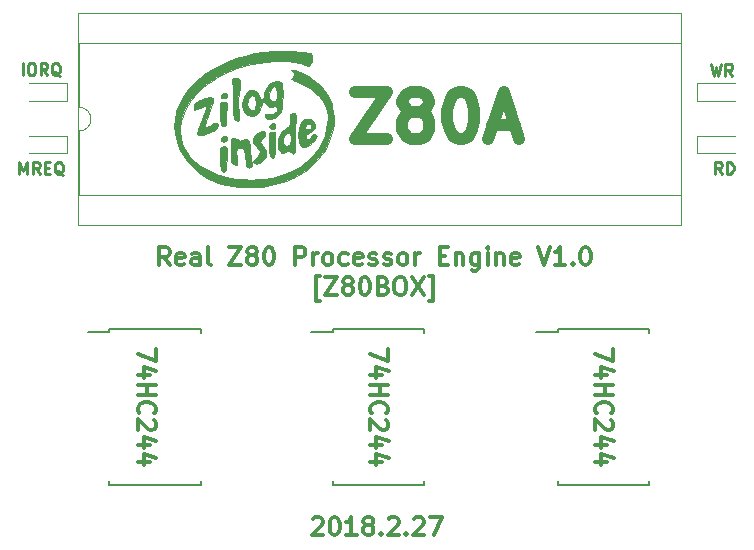
<source format=gbr>
G04 #@! TF.FileFunction,Legend,Top*
%FSLAX46Y46*%
G04 Gerber Fmt 4.6, Leading zero omitted, Abs format (unit mm)*
G04 Created by KiCad (PCBNEW 4.0.7) date 03/01/18 16:16:53*
%MOMM*%
%LPD*%
G01*
G04 APERTURE LIST*
%ADD10C,0.100000*%
%ADD11C,1.000000*%
%ADD12C,0.300000*%
%ADD13C,0.250000*%
%ADD14C,0.120000*%
%ADD15C,0.150000*%
%ADD16C,0.010000*%
G04 APERTURE END LIST*
D10*
D11*
X123127358Y-71088524D02*
X125794024Y-71088524D01*
X123127358Y-75088524D01*
X125794024Y-75088524D01*
X127889263Y-72802810D02*
X127508310Y-72612333D01*
X127317834Y-72421857D01*
X127127358Y-72040905D01*
X127127358Y-71850429D01*
X127317834Y-71469476D01*
X127508310Y-71279000D01*
X127889263Y-71088524D01*
X128651167Y-71088524D01*
X129032120Y-71279000D01*
X129222596Y-71469476D01*
X129413072Y-71850429D01*
X129413072Y-72040905D01*
X129222596Y-72421857D01*
X129032120Y-72612333D01*
X128651167Y-72802810D01*
X127889263Y-72802810D01*
X127508310Y-72993286D01*
X127317834Y-73183762D01*
X127127358Y-73564714D01*
X127127358Y-74326619D01*
X127317834Y-74707571D01*
X127508310Y-74898048D01*
X127889263Y-75088524D01*
X128651167Y-75088524D01*
X129032120Y-74898048D01*
X129222596Y-74707571D01*
X129413072Y-74326619D01*
X129413072Y-73564714D01*
X129222596Y-73183762D01*
X129032120Y-72993286D01*
X128651167Y-72802810D01*
X131889263Y-71088524D02*
X132270215Y-71088524D01*
X132651167Y-71279000D01*
X132841644Y-71469476D01*
X133032120Y-71850429D01*
X133222596Y-72612333D01*
X133222596Y-73564714D01*
X133032120Y-74326619D01*
X132841644Y-74707571D01*
X132651167Y-74898048D01*
X132270215Y-75088524D01*
X131889263Y-75088524D01*
X131508310Y-74898048D01*
X131317834Y-74707571D01*
X131127358Y-74326619D01*
X130936882Y-73564714D01*
X130936882Y-72612333D01*
X131127358Y-71850429D01*
X131317834Y-71469476D01*
X131508310Y-71279000D01*
X131889263Y-71088524D01*
X134746406Y-73945667D02*
X136651168Y-73945667D01*
X134365453Y-75088524D02*
X135698787Y-71088524D01*
X137032120Y-75088524D01*
D12*
X119539430Y-107271429D02*
X119610859Y-107200000D01*
X119753716Y-107128571D01*
X120110859Y-107128571D01*
X120253716Y-107200000D01*
X120325145Y-107271429D01*
X120396573Y-107414286D01*
X120396573Y-107557143D01*
X120325145Y-107771429D01*
X119468002Y-108628571D01*
X120396573Y-108628571D01*
X121325144Y-107128571D02*
X121468001Y-107128571D01*
X121610858Y-107200000D01*
X121682287Y-107271429D01*
X121753716Y-107414286D01*
X121825144Y-107700000D01*
X121825144Y-108057143D01*
X121753716Y-108342857D01*
X121682287Y-108485714D01*
X121610858Y-108557143D01*
X121468001Y-108628571D01*
X121325144Y-108628571D01*
X121182287Y-108557143D01*
X121110858Y-108485714D01*
X121039430Y-108342857D01*
X120968001Y-108057143D01*
X120968001Y-107700000D01*
X121039430Y-107414286D01*
X121110858Y-107271429D01*
X121182287Y-107200000D01*
X121325144Y-107128571D01*
X123253715Y-108628571D02*
X122396572Y-108628571D01*
X122825144Y-108628571D02*
X122825144Y-107128571D01*
X122682287Y-107342857D01*
X122539429Y-107485714D01*
X122396572Y-107557143D01*
X124110858Y-107771429D02*
X123968000Y-107700000D01*
X123896572Y-107628571D01*
X123825143Y-107485714D01*
X123825143Y-107414286D01*
X123896572Y-107271429D01*
X123968000Y-107200000D01*
X124110858Y-107128571D01*
X124396572Y-107128571D01*
X124539429Y-107200000D01*
X124610858Y-107271429D01*
X124682286Y-107414286D01*
X124682286Y-107485714D01*
X124610858Y-107628571D01*
X124539429Y-107700000D01*
X124396572Y-107771429D01*
X124110858Y-107771429D01*
X123968000Y-107842857D01*
X123896572Y-107914286D01*
X123825143Y-108057143D01*
X123825143Y-108342857D01*
X123896572Y-108485714D01*
X123968000Y-108557143D01*
X124110858Y-108628571D01*
X124396572Y-108628571D01*
X124539429Y-108557143D01*
X124610858Y-108485714D01*
X124682286Y-108342857D01*
X124682286Y-108057143D01*
X124610858Y-107914286D01*
X124539429Y-107842857D01*
X124396572Y-107771429D01*
X125325143Y-108485714D02*
X125396571Y-108557143D01*
X125325143Y-108628571D01*
X125253714Y-108557143D01*
X125325143Y-108485714D01*
X125325143Y-108628571D01*
X125968000Y-107271429D02*
X126039429Y-107200000D01*
X126182286Y-107128571D01*
X126539429Y-107128571D01*
X126682286Y-107200000D01*
X126753715Y-107271429D01*
X126825143Y-107414286D01*
X126825143Y-107557143D01*
X126753715Y-107771429D01*
X125896572Y-108628571D01*
X126825143Y-108628571D01*
X127468000Y-108485714D02*
X127539428Y-108557143D01*
X127468000Y-108628571D01*
X127396571Y-108557143D01*
X127468000Y-108485714D01*
X127468000Y-108628571D01*
X128110857Y-107271429D02*
X128182286Y-107200000D01*
X128325143Y-107128571D01*
X128682286Y-107128571D01*
X128825143Y-107200000D01*
X128896572Y-107271429D01*
X128968000Y-107414286D01*
X128968000Y-107557143D01*
X128896572Y-107771429D01*
X128039429Y-108628571D01*
X128968000Y-108628571D01*
X129468000Y-107128571D02*
X130468000Y-107128571D01*
X129825143Y-108628571D01*
X144966429Y-92897144D02*
X144966429Y-93897144D01*
X143466429Y-93254287D01*
X144466429Y-95111429D02*
X143466429Y-95111429D01*
X145037857Y-94754286D02*
X143966429Y-94397143D01*
X143966429Y-95325715D01*
X143466429Y-95897143D02*
X144966429Y-95897143D01*
X144252143Y-95897143D02*
X144252143Y-96754286D01*
X143466429Y-96754286D02*
X144966429Y-96754286D01*
X143609286Y-98325715D02*
X143537857Y-98254286D01*
X143466429Y-98040000D01*
X143466429Y-97897143D01*
X143537857Y-97682858D01*
X143680714Y-97540000D01*
X143823571Y-97468572D01*
X144109286Y-97397143D01*
X144323571Y-97397143D01*
X144609286Y-97468572D01*
X144752143Y-97540000D01*
X144895000Y-97682858D01*
X144966429Y-97897143D01*
X144966429Y-98040000D01*
X144895000Y-98254286D01*
X144823571Y-98325715D01*
X144823571Y-98897143D02*
X144895000Y-98968572D01*
X144966429Y-99111429D01*
X144966429Y-99468572D01*
X144895000Y-99611429D01*
X144823571Y-99682858D01*
X144680714Y-99754286D01*
X144537857Y-99754286D01*
X144323571Y-99682858D01*
X143466429Y-98825715D01*
X143466429Y-99754286D01*
X144466429Y-101040000D02*
X143466429Y-101040000D01*
X145037857Y-100682857D02*
X143966429Y-100325714D01*
X143966429Y-101254286D01*
X144466429Y-102468571D02*
X143466429Y-102468571D01*
X145037857Y-102111428D02*
X143966429Y-101754285D01*
X143966429Y-102682857D01*
X125916429Y-92897144D02*
X125916429Y-93897144D01*
X124416429Y-93254287D01*
X125416429Y-95111429D02*
X124416429Y-95111429D01*
X125987857Y-94754286D02*
X124916429Y-94397143D01*
X124916429Y-95325715D01*
X124416429Y-95897143D02*
X125916429Y-95897143D01*
X125202143Y-95897143D02*
X125202143Y-96754286D01*
X124416429Y-96754286D02*
X125916429Y-96754286D01*
X124559286Y-98325715D02*
X124487857Y-98254286D01*
X124416429Y-98040000D01*
X124416429Y-97897143D01*
X124487857Y-97682858D01*
X124630714Y-97540000D01*
X124773571Y-97468572D01*
X125059286Y-97397143D01*
X125273571Y-97397143D01*
X125559286Y-97468572D01*
X125702143Y-97540000D01*
X125845000Y-97682858D01*
X125916429Y-97897143D01*
X125916429Y-98040000D01*
X125845000Y-98254286D01*
X125773571Y-98325715D01*
X125773571Y-98897143D02*
X125845000Y-98968572D01*
X125916429Y-99111429D01*
X125916429Y-99468572D01*
X125845000Y-99611429D01*
X125773571Y-99682858D01*
X125630714Y-99754286D01*
X125487857Y-99754286D01*
X125273571Y-99682858D01*
X124416429Y-98825715D01*
X124416429Y-99754286D01*
X125416429Y-101040000D02*
X124416429Y-101040000D01*
X125987857Y-100682857D02*
X124916429Y-100325714D01*
X124916429Y-101254286D01*
X125416429Y-102468571D02*
X124416429Y-102468571D01*
X125987857Y-102111428D02*
X124916429Y-101754285D01*
X124916429Y-102682857D01*
X106231429Y-92897144D02*
X106231429Y-93897144D01*
X104731429Y-93254287D01*
X105731429Y-95111429D02*
X104731429Y-95111429D01*
X106302857Y-94754286D02*
X105231429Y-94397143D01*
X105231429Y-95325715D01*
X104731429Y-95897143D02*
X106231429Y-95897143D01*
X105517143Y-95897143D02*
X105517143Y-96754286D01*
X104731429Y-96754286D02*
X106231429Y-96754286D01*
X104874286Y-98325715D02*
X104802857Y-98254286D01*
X104731429Y-98040000D01*
X104731429Y-97897143D01*
X104802857Y-97682858D01*
X104945714Y-97540000D01*
X105088571Y-97468572D01*
X105374286Y-97397143D01*
X105588571Y-97397143D01*
X105874286Y-97468572D01*
X106017143Y-97540000D01*
X106160000Y-97682858D01*
X106231429Y-97897143D01*
X106231429Y-98040000D01*
X106160000Y-98254286D01*
X106088571Y-98325715D01*
X106088571Y-98897143D02*
X106160000Y-98968572D01*
X106231429Y-99111429D01*
X106231429Y-99468572D01*
X106160000Y-99611429D01*
X106088571Y-99682858D01*
X105945714Y-99754286D01*
X105802857Y-99754286D01*
X105588571Y-99682858D01*
X104731429Y-98825715D01*
X104731429Y-99754286D01*
X105731429Y-101040000D02*
X104731429Y-101040000D01*
X106302857Y-100682857D02*
X105231429Y-100325714D01*
X105231429Y-101254286D01*
X105731429Y-102468571D02*
X104731429Y-102468571D01*
X106302857Y-102111428D02*
X105231429Y-101754285D01*
X105231429Y-102682857D01*
X107420359Y-85763571D02*
X106920359Y-85049286D01*
X106563216Y-85763571D02*
X106563216Y-84263571D01*
X107134644Y-84263571D01*
X107277502Y-84335000D01*
X107348930Y-84406429D01*
X107420359Y-84549286D01*
X107420359Y-84763571D01*
X107348930Y-84906429D01*
X107277502Y-84977857D01*
X107134644Y-85049286D01*
X106563216Y-85049286D01*
X108634644Y-85692143D02*
X108491787Y-85763571D01*
X108206073Y-85763571D01*
X108063216Y-85692143D01*
X107991787Y-85549286D01*
X107991787Y-84977857D01*
X108063216Y-84835000D01*
X108206073Y-84763571D01*
X108491787Y-84763571D01*
X108634644Y-84835000D01*
X108706073Y-84977857D01*
X108706073Y-85120714D01*
X107991787Y-85263571D01*
X109991787Y-85763571D02*
X109991787Y-84977857D01*
X109920358Y-84835000D01*
X109777501Y-84763571D01*
X109491787Y-84763571D01*
X109348930Y-84835000D01*
X109991787Y-85692143D02*
X109848930Y-85763571D01*
X109491787Y-85763571D01*
X109348930Y-85692143D01*
X109277501Y-85549286D01*
X109277501Y-85406429D01*
X109348930Y-85263571D01*
X109491787Y-85192143D01*
X109848930Y-85192143D01*
X109991787Y-85120714D01*
X110920359Y-85763571D02*
X110777501Y-85692143D01*
X110706073Y-85549286D01*
X110706073Y-84263571D01*
X112491787Y-84263571D02*
X113491787Y-84263571D01*
X112491787Y-85763571D01*
X113491787Y-85763571D01*
X114277501Y-84906429D02*
X114134643Y-84835000D01*
X114063215Y-84763571D01*
X113991786Y-84620714D01*
X113991786Y-84549286D01*
X114063215Y-84406429D01*
X114134643Y-84335000D01*
X114277501Y-84263571D01*
X114563215Y-84263571D01*
X114706072Y-84335000D01*
X114777501Y-84406429D01*
X114848929Y-84549286D01*
X114848929Y-84620714D01*
X114777501Y-84763571D01*
X114706072Y-84835000D01*
X114563215Y-84906429D01*
X114277501Y-84906429D01*
X114134643Y-84977857D01*
X114063215Y-85049286D01*
X113991786Y-85192143D01*
X113991786Y-85477857D01*
X114063215Y-85620714D01*
X114134643Y-85692143D01*
X114277501Y-85763571D01*
X114563215Y-85763571D01*
X114706072Y-85692143D01*
X114777501Y-85620714D01*
X114848929Y-85477857D01*
X114848929Y-85192143D01*
X114777501Y-85049286D01*
X114706072Y-84977857D01*
X114563215Y-84906429D01*
X115777500Y-84263571D02*
X115920357Y-84263571D01*
X116063214Y-84335000D01*
X116134643Y-84406429D01*
X116206072Y-84549286D01*
X116277500Y-84835000D01*
X116277500Y-85192143D01*
X116206072Y-85477857D01*
X116134643Y-85620714D01*
X116063214Y-85692143D01*
X115920357Y-85763571D01*
X115777500Y-85763571D01*
X115634643Y-85692143D01*
X115563214Y-85620714D01*
X115491786Y-85477857D01*
X115420357Y-85192143D01*
X115420357Y-84835000D01*
X115491786Y-84549286D01*
X115563214Y-84406429D01*
X115634643Y-84335000D01*
X115777500Y-84263571D01*
X118063214Y-85763571D02*
X118063214Y-84263571D01*
X118634642Y-84263571D01*
X118777500Y-84335000D01*
X118848928Y-84406429D01*
X118920357Y-84549286D01*
X118920357Y-84763571D01*
X118848928Y-84906429D01*
X118777500Y-84977857D01*
X118634642Y-85049286D01*
X118063214Y-85049286D01*
X119563214Y-85763571D02*
X119563214Y-84763571D01*
X119563214Y-85049286D02*
X119634642Y-84906429D01*
X119706071Y-84835000D01*
X119848928Y-84763571D01*
X119991785Y-84763571D01*
X120706071Y-85763571D02*
X120563213Y-85692143D01*
X120491785Y-85620714D01*
X120420356Y-85477857D01*
X120420356Y-85049286D01*
X120491785Y-84906429D01*
X120563213Y-84835000D01*
X120706071Y-84763571D01*
X120920356Y-84763571D01*
X121063213Y-84835000D01*
X121134642Y-84906429D01*
X121206071Y-85049286D01*
X121206071Y-85477857D01*
X121134642Y-85620714D01*
X121063213Y-85692143D01*
X120920356Y-85763571D01*
X120706071Y-85763571D01*
X122491785Y-85692143D02*
X122348928Y-85763571D01*
X122063214Y-85763571D01*
X121920356Y-85692143D01*
X121848928Y-85620714D01*
X121777499Y-85477857D01*
X121777499Y-85049286D01*
X121848928Y-84906429D01*
X121920356Y-84835000D01*
X122063214Y-84763571D01*
X122348928Y-84763571D01*
X122491785Y-84835000D01*
X123706070Y-85692143D02*
X123563213Y-85763571D01*
X123277499Y-85763571D01*
X123134642Y-85692143D01*
X123063213Y-85549286D01*
X123063213Y-84977857D01*
X123134642Y-84835000D01*
X123277499Y-84763571D01*
X123563213Y-84763571D01*
X123706070Y-84835000D01*
X123777499Y-84977857D01*
X123777499Y-85120714D01*
X123063213Y-85263571D01*
X124348927Y-85692143D02*
X124491784Y-85763571D01*
X124777499Y-85763571D01*
X124920356Y-85692143D01*
X124991784Y-85549286D01*
X124991784Y-85477857D01*
X124920356Y-85335000D01*
X124777499Y-85263571D01*
X124563213Y-85263571D01*
X124420356Y-85192143D01*
X124348927Y-85049286D01*
X124348927Y-84977857D01*
X124420356Y-84835000D01*
X124563213Y-84763571D01*
X124777499Y-84763571D01*
X124920356Y-84835000D01*
X125563213Y-85692143D02*
X125706070Y-85763571D01*
X125991785Y-85763571D01*
X126134642Y-85692143D01*
X126206070Y-85549286D01*
X126206070Y-85477857D01*
X126134642Y-85335000D01*
X125991785Y-85263571D01*
X125777499Y-85263571D01*
X125634642Y-85192143D01*
X125563213Y-85049286D01*
X125563213Y-84977857D01*
X125634642Y-84835000D01*
X125777499Y-84763571D01*
X125991785Y-84763571D01*
X126134642Y-84835000D01*
X127063214Y-85763571D02*
X126920356Y-85692143D01*
X126848928Y-85620714D01*
X126777499Y-85477857D01*
X126777499Y-85049286D01*
X126848928Y-84906429D01*
X126920356Y-84835000D01*
X127063214Y-84763571D01*
X127277499Y-84763571D01*
X127420356Y-84835000D01*
X127491785Y-84906429D01*
X127563214Y-85049286D01*
X127563214Y-85477857D01*
X127491785Y-85620714D01*
X127420356Y-85692143D01*
X127277499Y-85763571D01*
X127063214Y-85763571D01*
X128206071Y-85763571D02*
X128206071Y-84763571D01*
X128206071Y-85049286D02*
X128277499Y-84906429D01*
X128348928Y-84835000D01*
X128491785Y-84763571D01*
X128634642Y-84763571D01*
X130277499Y-84977857D02*
X130777499Y-84977857D01*
X130991785Y-85763571D02*
X130277499Y-85763571D01*
X130277499Y-84263571D01*
X130991785Y-84263571D01*
X131634642Y-84763571D02*
X131634642Y-85763571D01*
X131634642Y-84906429D02*
X131706070Y-84835000D01*
X131848928Y-84763571D01*
X132063213Y-84763571D01*
X132206070Y-84835000D01*
X132277499Y-84977857D01*
X132277499Y-85763571D01*
X133634642Y-84763571D02*
X133634642Y-85977857D01*
X133563213Y-86120714D01*
X133491785Y-86192143D01*
X133348928Y-86263571D01*
X133134642Y-86263571D01*
X132991785Y-86192143D01*
X133634642Y-85692143D02*
X133491785Y-85763571D01*
X133206071Y-85763571D01*
X133063213Y-85692143D01*
X132991785Y-85620714D01*
X132920356Y-85477857D01*
X132920356Y-85049286D01*
X132991785Y-84906429D01*
X133063213Y-84835000D01*
X133206071Y-84763571D01*
X133491785Y-84763571D01*
X133634642Y-84835000D01*
X134348928Y-85763571D02*
X134348928Y-84763571D01*
X134348928Y-84263571D02*
X134277499Y-84335000D01*
X134348928Y-84406429D01*
X134420356Y-84335000D01*
X134348928Y-84263571D01*
X134348928Y-84406429D01*
X135063214Y-84763571D02*
X135063214Y-85763571D01*
X135063214Y-84906429D02*
X135134642Y-84835000D01*
X135277500Y-84763571D01*
X135491785Y-84763571D01*
X135634642Y-84835000D01*
X135706071Y-84977857D01*
X135706071Y-85763571D01*
X136991785Y-85692143D02*
X136848928Y-85763571D01*
X136563214Y-85763571D01*
X136420357Y-85692143D01*
X136348928Y-85549286D01*
X136348928Y-84977857D01*
X136420357Y-84835000D01*
X136563214Y-84763571D01*
X136848928Y-84763571D01*
X136991785Y-84835000D01*
X137063214Y-84977857D01*
X137063214Y-85120714D01*
X136348928Y-85263571D01*
X138634642Y-84263571D02*
X139134642Y-85763571D01*
X139634642Y-84263571D01*
X140920356Y-85763571D02*
X140063213Y-85763571D01*
X140491785Y-85763571D02*
X140491785Y-84263571D01*
X140348928Y-84477857D01*
X140206070Y-84620714D01*
X140063213Y-84692143D01*
X141563213Y-85620714D02*
X141634641Y-85692143D01*
X141563213Y-85763571D01*
X141491784Y-85692143D01*
X141563213Y-85620714D01*
X141563213Y-85763571D01*
X142563213Y-84263571D02*
X142706070Y-84263571D01*
X142848927Y-84335000D01*
X142920356Y-84406429D01*
X142991785Y-84549286D01*
X143063213Y-84835000D01*
X143063213Y-85192143D01*
X142991785Y-85477857D01*
X142920356Y-85620714D01*
X142848927Y-85692143D01*
X142706070Y-85763571D01*
X142563213Y-85763571D01*
X142420356Y-85692143D01*
X142348927Y-85620714D01*
X142277499Y-85477857D01*
X142206070Y-85192143D01*
X142206070Y-84835000D01*
X142277499Y-84549286D01*
X142348927Y-84406429D01*
X142420356Y-84335000D01*
X142563213Y-84263571D01*
X120170358Y-88813571D02*
X119813215Y-88813571D01*
X119813215Y-86670714D01*
X120170358Y-86670714D01*
X120598930Y-86813571D02*
X121598930Y-86813571D01*
X120598930Y-88313571D01*
X121598930Y-88313571D01*
X122384644Y-87456429D02*
X122241786Y-87385000D01*
X122170358Y-87313571D01*
X122098929Y-87170714D01*
X122098929Y-87099286D01*
X122170358Y-86956429D01*
X122241786Y-86885000D01*
X122384644Y-86813571D01*
X122670358Y-86813571D01*
X122813215Y-86885000D01*
X122884644Y-86956429D01*
X122956072Y-87099286D01*
X122956072Y-87170714D01*
X122884644Y-87313571D01*
X122813215Y-87385000D01*
X122670358Y-87456429D01*
X122384644Y-87456429D01*
X122241786Y-87527857D01*
X122170358Y-87599286D01*
X122098929Y-87742143D01*
X122098929Y-88027857D01*
X122170358Y-88170714D01*
X122241786Y-88242143D01*
X122384644Y-88313571D01*
X122670358Y-88313571D01*
X122813215Y-88242143D01*
X122884644Y-88170714D01*
X122956072Y-88027857D01*
X122956072Y-87742143D01*
X122884644Y-87599286D01*
X122813215Y-87527857D01*
X122670358Y-87456429D01*
X123884643Y-86813571D02*
X124027500Y-86813571D01*
X124170357Y-86885000D01*
X124241786Y-86956429D01*
X124313215Y-87099286D01*
X124384643Y-87385000D01*
X124384643Y-87742143D01*
X124313215Y-88027857D01*
X124241786Y-88170714D01*
X124170357Y-88242143D01*
X124027500Y-88313571D01*
X123884643Y-88313571D01*
X123741786Y-88242143D01*
X123670357Y-88170714D01*
X123598929Y-88027857D01*
X123527500Y-87742143D01*
X123527500Y-87385000D01*
X123598929Y-87099286D01*
X123670357Y-86956429D01*
X123741786Y-86885000D01*
X123884643Y-86813571D01*
X125527500Y-87527857D02*
X125741786Y-87599286D01*
X125813214Y-87670714D01*
X125884643Y-87813571D01*
X125884643Y-88027857D01*
X125813214Y-88170714D01*
X125741786Y-88242143D01*
X125598928Y-88313571D01*
X125027500Y-88313571D01*
X125027500Y-86813571D01*
X125527500Y-86813571D01*
X125670357Y-86885000D01*
X125741786Y-86956429D01*
X125813214Y-87099286D01*
X125813214Y-87242143D01*
X125741786Y-87385000D01*
X125670357Y-87456429D01*
X125527500Y-87527857D01*
X125027500Y-87527857D01*
X126813214Y-86813571D02*
X127098928Y-86813571D01*
X127241786Y-86885000D01*
X127384643Y-87027857D01*
X127456071Y-87313571D01*
X127456071Y-87813571D01*
X127384643Y-88099286D01*
X127241786Y-88242143D01*
X127098928Y-88313571D01*
X126813214Y-88313571D01*
X126670357Y-88242143D01*
X126527500Y-88099286D01*
X126456071Y-87813571D01*
X126456071Y-87313571D01*
X126527500Y-87027857D01*
X126670357Y-86885000D01*
X126813214Y-86813571D01*
X127956072Y-86813571D02*
X128956072Y-88313571D01*
X128956072Y-86813571D02*
X127956072Y-88313571D01*
X129384643Y-88813571D02*
X129741786Y-88813571D01*
X129741786Y-86670714D01*
X129384643Y-86670714D01*
D13*
X94972381Y-69667381D02*
X94972381Y-68667381D01*
X95639047Y-68667381D02*
X95829524Y-68667381D01*
X95924762Y-68715000D01*
X96020000Y-68810238D01*
X96067619Y-69000714D01*
X96067619Y-69334048D01*
X96020000Y-69524524D01*
X95924762Y-69619762D01*
X95829524Y-69667381D01*
X95639047Y-69667381D01*
X95543809Y-69619762D01*
X95448571Y-69524524D01*
X95400952Y-69334048D01*
X95400952Y-69000714D01*
X95448571Y-68810238D01*
X95543809Y-68715000D01*
X95639047Y-68667381D01*
X97067619Y-69667381D02*
X96734285Y-69191190D01*
X96496190Y-69667381D02*
X96496190Y-68667381D01*
X96877143Y-68667381D01*
X96972381Y-68715000D01*
X97020000Y-68762619D01*
X97067619Y-68857857D01*
X97067619Y-69000714D01*
X97020000Y-69095952D01*
X96972381Y-69143571D01*
X96877143Y-69191190D01*
X96496190Y-69191190D01*
X98162857Y-69762619D02*
X98067619Y-69715000D01*
X97972381Y-69619762D01*
X97829524Y-69476905D01*
X97734285Y-69429286D01*
X97639047Y-69429286D01*
X97686666Y-69667381D02*
X97591428Y-69619762D01*
X97496190Y-69524524D01*
X97448571Y-69334048D01*
X97448571Y-69000714D01*
X97496190Y-68810238D01*
X97591428Y-68715000D01*
X97686666Y-68667381D01*
X97877143Y-68667381D01*
X97972381Y-68715000D01*
X98067619Y-68810238D01*
X98115238Y-69000714D01*
X98115238Y-69334048D01*
X98067619Y-69524524D01*
X97972381Y-69619762D01*
X97877143Y-69667381D01*
X97686666Y-69667381D01*
X94710476Y-78049381D02*
X94710476Y-77049381D01*
X95043810Y-77763667D01*
X95377143Y-77049381D01*
X95377143Y-78049381D01*
X96424762Y-78049381D02*
X96091428Y-77573190D01*
X95853333Y-78049381D02*
X95853333Y-77049381D01*
X96234286Y-77049381D01*
X96329524Y-77097000D01*
X96377143Y-77144619D01*
X96424762Y-77239857D01*
X96424762Y-77382714D01*
X96377143Y-77477952D01*
X96329524Y-77525571D01*
X96234286Y-77573190D01*
X95853333Y-77573190D01*
X96853333Y-77525571D02*
X97186667Y-77525571D01*
X97329524Y-78049381D02*
X96853333Y-78049381D01*
X96853333Y-77049381D01*
X97329524Y-77049381D01*
X98424762Y-78144619D02*
X98329524Y-78097000D01*
X98234286Y-78001762D01*
X98091429Y-77858905D01*
X97996190Y-77811286D01*
X97900952Y-77811286D01*
X97948571Y-78049381D02*
X97853333Y-78001762D01*
X97758095Y-77906524D01*
X97710476Y-77716048D01*
X97710476Y-77382714D01*
X97758095Y-77192238D01*
X97853333Y-77097000D01*
X97948571Y-77049381D01*
X98139048Y-77049381D01*
X98234286Y-77097000D01*
X98329524Y-77192238D01*
X98377143Y-77382714D01*
X98377143Y-77716048D01*
X98329524Y-77906524D01*
X98234286Y-78001762D01*
X98139048Y-78049381D01*
X97948571Y-78049381D01*
X153249429Y-68730881D02*
X153487524Y-69730881D01*
X153678001Y-69016595D01*
X153868477Y-69730881D01*
X154106572Y-68730881D01*
X155058953Y-69730881D02*
X154725619Y-69254690D01*
X154487524Y-69730881D02*
X154487524Y-68730881D01*
X154868477Y-68730881D01*
X154963715Y-68778500D01*
X155011334Y-68826119D01*
X155058953Y-68921357D01*
X155058953Y-69064214D01*
X155011334Y-69159452D01*
X154963715Y-69207071D01*
X154868477Y-69254690D01*
X154487524Y-69254690D01*
X154178024Y-78049381D02*
X153844690Y-77573190D01*
X153606595Y-78049381D02*
X153606595Y-77049381D01*
X153987548Y-77049381D01*
X154082786Y-77097000D01*
X154130405Y-77144619D01*
X154178024Y-77239857D01*
X154178024Y-77382714D01*
X154130405Y-77477952D01*
X154082786Y-77525571D01*
X153987548Y-77573190D01*
X153606595Y-77573190D01*
X154606595Y-78049381D02*
X154606595Y-77049381D01*
X154844690Y-77049381D01*
X154987548Y-77097000D01*
X155082786Y-77192238D01*
X155130405Y-77287476D01*
X155178024Y-77477952D01*
X155178024Y-77620810D01*
X155130405Y-77811286D01*
X155082786Y-77906524D01*
X154987548Y-78001762D01*
X154844690Y-78049381D01*
X154606595Y-78049381D01*
D14*
X99762000Y-72406000D02*
G75*
G02X99762000Y-74406000I0J-1000000D01*
G01*
X99762000Y-74406000D02*
X99762000Y-79866000D01*
X99762000Y-79866000D02*
X150682000Y-79866000D01*
X150682000Y-79866000D02*
X150682000Y-66946000D01*
X150682000Y-66946000D02*
X99762000Y-66946000D01*
X99762000Y-66946000D02*
X99762000Y-72406000D01*
X99702000Y-82356000D02*
X150742000Y-82356000D01*
X150742000Y-82356000D02*
X150742000Y-64456000D01*
X150742000Y-64456000D02*
X99702000Y-64456000D01*
X99702000Y-64456000D02*
X99702000Y-82356000D01*
D15*
X140270000Y-91215000D02*
X140270000Y-91465000D01*
X148020000Y-91215000D02*
X148020000Y-91550000D01*
X148020000Y-104365000D02*
X148020000Y-104030000D01*
X140270000Y-104365000D02*
X140270000Y-104030000D01*
X140270000Y-91215000D02*
X148020000Y-91215000D01*
X140270000Y-104365000D02*
X148020000Y-104365000D01*
X140270000Y-91465000D02*
X138470000Y-91465000D01*
X102297000Y-91215000D02*
X102297000Y-91465000D01*
X110047000Y-91215000D02*
X110047000Y-91550000D01*
X110047000Y-104365000D02*
X110047000Y-104030000D01*
X102297000Y-104365000D02*
X102297000Y-104030000D01*
X102297000Y-91215000D02*
X110047000Y-91215000D01*
X102297000Y-104365000D02*
X110047000Y-104365000D01*
X102297000Y-91465000D02*
X100497000Y-91465000D01*
X121220000Y-91215000D02*
X121220000Y-91465000D01*
X128970000Y-91215000D02*
X128970000Y-91550000D01*
X128970000Y-104365000D02*
X128970000Y-104030000D01*
X121220000Y-104365000D02*
X121220000Y-104030000D01*
X121220000Y-91215000D02*
X128970000Y-91215000D01*
X121220000Y-104365000D02*
X128970000Y-104365000D01*
X121220000Y-91465000D02*
X119420000Y-91465000D01*
D14*
X95520000Y-74815000D02*
X98720000Y-74815000D01*
X98720000Y-76315000D02*
X95520000Y-76315000D01*
X98720000Y-76315000D02*
X98720000Y-74815000D01*
X95520000Y-70370000D02*
X98720000Y-70370000D01*
X98720000Y-71870000D02*
X95520000Y-71870000D01*
X98720000Y-71870000D02*
X98720000Y-70370000D01*
X155305000Y-76315000D02*
X152105000Y-76315000D01*
X152105000Y-74815000D02*
X155305000Y-74815000D01*
X152105000Y-74815000D02*
X152105000Y-76315000D01*
X155305000Y-71870000D02*
X152105000Y-71870000D01*
X152105000Y-70370000D02*
X155305000Y-70370000D01*
X152105000Y-70370000D02*
X152105000Y-71870000D01*
D16*
G36*
X118038241Y-67666784D02*
X118262400Y-67685980D01*
X118448293Y-67705050D01*
X118649018Y-67728362D01*
X118850382Y-67753973D01*
X119038192Y-67779936D01*
X119198254Y-67804308D01*
X119316377Y-67825144D01*
X119370778Y-67837847D01*
X119430918Y-67889560D01*
X119467751Y-67991111D01*
X119481563Y-68128845D01*
X119472637Y-68289105D01*
X119441258Y-68458239D01*
X119387709Y-68622590D01*
X119352867Y-68698400D01*
X119281397Y-68812321D01*
X119203010Y-68874409D01*
X119103999Y-68888302D01*
X118970661Y-68857640D01*
X118879893Y-68823970D01*
X118425646Y-68673582D01*
X117926080Y-68565527D01*
X117387974Y-68498853D01*
X116818109Y-68472605D01*
X116223262Y-68485830D01*
X115610212Y-68537577D01*
X114985739Y-68626891D01*
X114356621Y-68752820D01*
X113729637Y-68914411D01*
X113111567Y-69110710D01*
X112509188Y-69340764D01*
X111929281Y-69603621D01*
X111423790Y-69872253D01*
X110981493Y-70139903D01*
X110589339Y-70409446D01*
X110230679Y-70694037D01*
X109888867Y-71006834D01*
X109566397Y-71340133D01*
X109227164Y-71750998D01*
X108940602Y-72186070D01*
X108707849Y-72639757D01*
X108530038Y-73106467D01*
X108408308Y-73580607D01*
X108343792Y-74056585D01*
X108337626Y-74528808D01*
X108390947Y-74991685D01*
X108504891Y-75439623D01*
X108656904Y-75818465D01*
X108885372Y-76219979D01*
X109173965Y-76597017D01*
X109518841Y-76947386D01*
X109916162Y-77268893D01*
X110362088Y-77559344D01*
X110852780Y-77816548D01*
X111384399Y-78038311D01*
X111953105Y-78222441D01*
X112555058Y-78366744D01*
X113186421Y-78469029D01*
X113326425Y-78485407D01*
X113555069Y-78503896D01*
X113830273Y-78515919D01*
X114134266Y-78521582D01*
X114449277Y-78520993D01*
X114757536Y-78514256D01*
X115041272Y-78501478D01*
X115282715Y-78482765D01*
X115366800Y-78473217D01*
X116057928Y-78357582D01*
X116718873Y-78192597D01*
X117343761Y-77980254D01*
X117926724Y-77722545D01*
X118456507Y-77424861D01*
X118943803Y-77080169D01*
X119378609Y-76695244D01*
X119759244Y-76272936D01*
X120084027Y-75816092D01*
X120351277Y-75327560D01*
X120559314Y-74810189D01*
X120706458Y-74266826D01*
X120791026Y-73700319D01*
X120808168Y-73439866D01*
X120814788Y-73196858D01*
X120810558Y-73001055D01*
X120792613Y-72832403D01*
X120758091Y-72670846D01*
X120704126Y-72496330D01*
X120653405Y-72356133D01*
X120508040Y-72053926D01*
X120301096Y-71750828D01*
X120038470Y-71451848D01*
X119726058Y-71161994D01*
X119369758Y-70886275D01*
X118975467Y-70629699D01*
X118549080Y-70397274D01*
X118118010Y-70202732D01*
X117972510Y-70141729D01*
X117849351Y-70086911D01*
X117762741Y-70044804D01*
X117728293Y-70023706D01*
X117728119Y-69977822D01*
X117781814Y-69893411D01*
X117834365Y-69830370D01*
X117932737Y-69701302D01*
X117973182Y-69595931D01*
X117955762Y-69502953D01*
X117880540Y-69411065D01*
X117836875Y-69374130D01*
X117753081Y-69296223D01*
X117726251Y-69242930D01*
X117750547Y-69213494D01*
X117820131Y-69207159D01*
X117929165Y-69223169D01*
X118071810Y-69260769D01*
X118242227Y-69319200D01*
X118434579Y-69397708D01*
X118596283Y-69472491D01*
X119037374Y-69710528D01*
X119460623Y-69984753D01*
X119854439Y-70286078D01*
X120207235Y-70605414D01*
X120507421Y-70933673D01*
X120585405Y-71032427D01*
X120737489Y-71258457D01*
X120887854Y-71528406D01*
X121025425Y-71819110D01*
X121139125Y-72107404D01*
X121210254Y-72339200D01*
X121292398Y-72784459D01*
X121322364Y-73259770D01*
X121301886Y-73754183D01*
X121232698Y-74256747D01*
X121116535Y-74756511D01*
X120955130Y-75242525D01*
X120750218Y-75703837D01*
X120647044Y-75895598D01*
X120319698Y-76402229D01*
X119936689Y-76873239D01*
X119501023Y-77306858D01*
X119015704Y-77701317D01*
X118483738Y-78054847D01*
X117908128Y-78365680D01*
X117291881Y-78632046D01*
X116638000Y-78852177D01*
X115949491Y-79024302D01*
X115229358Y-79146654D01*
X115096755Y-79163237D01*
X114980617Y-79172438D01*
X114811139Y-79179938D01*
X114602695Y-79185651D01*
X114369657Y-79189488D01*
X114126401Y-79191360D01*
X113887300Y-79191181D01*
X113666727Y-79188861D01*
X113479058Y-79184314D01*
X113338664Y-79177450D01*
X113300933Y-79174240D01*
X113098478Y-79148673D01*
X112856521Y-79110652D01*
X112601106Y-79064808D01*
X112358274Y-79015775D01*
X112180685Y-78974920D01*
X111551875Y-78788402D01*
X110962964Y-78552656D01*
X110416359Y-78269486D01*
X109914464Y-77940697D01*
X109459684Y-77568094D01*
X109054424Y-77153480D01*
X108701090Y-76698661D01*
X108402086Y-76205442D01*
X108347043Y-76098400D01*
X108117742Y-75571077D01*
X107952385Y-75038165D01*
X107851347Y-74503451D01*
X107815006Y-73970724D01*
X107843738Y-73443771D01*
X107937921Y-72926380D01*
X108007170Y-72680370D01*
X108190992Y-72200098D01*
X108437584Y-71720884D01*
X108742187Y-71249017D01*
X109100042Y-70790786D01*
X109506388Y-70352480D01*
X109956466Y-69940389D01*
X110271613Y-69688506D01*
X110897464Y-69256661D01*
X111567726Y-68873123D01*
X112278314Y-68538917D01*
X113025139Y-68255067D01*
X113804117Y-68022596D01*
X114611159Y-67842529D01*
X115442179Y-67715890D01*
X116293091Y-67643704D01*
X117159807Y-67626994D01*
X118038241Y-67666784D01*
X118038241Y-67666784D01*
G37*
X118038241Y-67666784D02*
X118262400Y-67685980D01*
X118448293Y-67705050D01*
X118649018Y-67728362D01*
X118850382Y-67753973D01*
X119038192Y-67779936D01*
X119198254Y-67804308D01*
X119316377Y-67825144D01*
X119370778Y-67837847D01*
X119430918Y-67889560D01*
X119467751Y-67991111D01*
X119481563Y-68128845D01*
X119472637Y-68289105D01*
X119441258Y-68458239D01*
X119387709Y-68622590D01*
X119352867Y-68698400D01*
X119281397Y-68812321D01*
X119203010Y-68874409D01*
X119103999Y-68888302D01*
X118970661Y-68857640D01*
X118879893Y-68823970D01*
X118425646Y-68673582D01*
X117926080Y-68565527D01*
X117387974Y-68498853D01*
X116818109Y-68472605D01*
X116223262Y-68485830D01*
X115610212Y-68537577D01*
X114985739Y-68626891D01*
X114356621Y-68752820D01*
X113729637Y-68914411D01*
X113111567Y-69110710D01*
X112509188Y-69340764D01*
X111929281Y-69603621D01*
X111423790Y-69872253D01*
X110981493Y-70139903D01*
X110589339Y-70409446D01*
X110230679Y-70694037D01*
X109888867Y-71006834D01*
X109566397Y-71340133D01*
X109227164Y-71750998D01*
X108940602Y-72186070D01*
X108707849Y-72639757D01*
X108530038Y-73106467D01*
X108408308Y-73580607D01*
X108343792Y-74056585D01*
X108337626Y-74528808D01*
X108390947Y-74991685D01*
X108504891Y-75439623D01*
X108656904Y-75818465D01*
X108885372Y-76219979D01*
X109173965Y-76597017D01*
X109518841Y-76947386D01*
X109916162Y-77268893D01*
X110362088Y-77559344D01*
X110852780Y-77816548D01*
X111384399Y-78038311D01*
X111953105Y-78222441D01*
X112555058Y-78366744D01*
X113186421Y-78469029D01*
X113326425Y-78485407D01*
X113555069Y-78503896D01*
X113830273Y-78515919D01*
X114134266Y-78521582D01*
X114449277Y-78520993D01*
X114757536Y-78514256D01*
X115041272Y-78501478D01*
X115282715Y-78482765D01*
X115366800Y-78473217D01*
X116057928Y-78357582D01*
X116718873Y-78192597D01*
X117343761Y-77980254D01*
X117926724Y-77722545D01*
X118456507Y-77424861D01*
X118943803Y-77080169D01*
X119378609Y-76695244D01*
X119759244Y-76272936D01*
X120084027Y-75816092D01*
X120351277Y-75327560D01*
X120559314Y-74810189D01*
X120706458Y-74266826D01*
X120791026Y-73700319D01*
X120808168Y-73439866D01*
X120814788Y-73196858D01*
X120810558Y-73001055D01*
X120792613Y-72832403D01*
X120758091Y-72670846D01*
X120704126Y-72496330D01*
X120653405Y-72356133D01*
X120508040Y-72053926D01*
X120301096Y-71750828D01*
X120038470Y-71451848D01*
X119726058Y-71161994D01*
X119369758Y-70886275D01*
X118975467Y-70629699D01*
X118549080Y-70397274D01*
X118118010Y-70202732D01*
X117972510Y-70141729D01*
X117849351Y-70086911D01*
X117762741Y-70044804D01*
X117728293Y-70023706D01*
X117728119Y-69977822D01*
X117781814Y-69893411D01*
X117834365Y-69830370D01*
X117932737Y-69701302D01*
X117973182Y-69595931D01*
X117955762Y-69502953D01*
X117880540Y-69411065D01*
X117836875Y-69374130D01*
X117753081Y-69296223D01*
X117726251Y-69242930D01*
X117750547Y-69213494D01*
X117820131Y-69207159D01*
X117929165Y-69223169D01*
X118071810Y-69260769D01*
X118242227Y-69319200D01*
X118434579Y-69397708D01*
X118596283Y-69472491D01*
X119037374Y-69710528D01*
X119460623Y-69984753D01*
X119854439Y-70286078D01*
X120207235Y-70605414D01*
X120507421Y-70933673D01*
X120585405Y-71032427D01*
X120737489Y-71258457D01*
X120887854Y-71528406D01*
X121025425Y-71819110D01*
X121139125Y-72107404D01*
X121210254Y-72339200D01*
X121292398Y-72784459D01*
X121322364Y-73259770D01*
X121301886Y-73754183D01*
X121232698Y-74256747D01*
X121116535Y-74756511D01*
X120955130Y-75242525D01*
X120750218Y-75703837D01*
X120647044Y-75895598D01*
X120319698Y-76402229D01*
X119936689Y-76873239D01*
X119501023Y-77306858D01*
X119015704Y-77701317D01*
X118483738Y-78054847D01*
X117908128Y-78365680D01*
X117291881Y-78632046D01*
X116638000Y-78852177D01*
X115949491Y-79024302D01*
X115229358Y-79146654D01*
X115096755Y-79163237D01*
X114980617Y-79172438D01*
X114811139Y-79179938D01*
X114602695Y-79185651D01*
X114369657Y-79189488D01*
X114126401Y-79191360D01*
X113887300Y-79191181D01*
X113666727Y-79188861D01*
X113479058Y-79184314D01*
X113338664Y-79177450D01*
X113300933Y-79174240D01*
X113098478Y-79148673D01*
X112856521Y-79110652D01*
X112601106Y-79064808D01*
X112358274Y-79015775D01*
X112180685Y-78974920D01*
X111551875Y-78788402D01*
X110962964Y-78552656D01*
X110416359Y-78269486D01*
X109914464Y-77940697D01*
X109459684Y-77568094D01*
X109054424Y-77153480D01*
X108701090Y-76698661D01*
X108402086Y-76205442D01*
X108347043Y-76098400D01*
X108117742Y-75571077D01*
X107952385Y-75038165D01*
X107851347Y-74503451D01*
X107815006Y-73970724D01*
X107843738Y-73443771D01*
X107937921Y-72926380D01*
X108007170Y-72680370D01*
X108190992Y-72200098D01*
X108437584Y-71720884D01*
X108742187Y-71249017D01*
X109100042Y-70790786D01*
X109506388Y-70352480D01*
X109956466Y-69940389D01*
X110271613Y-69688506D01*
X110897464Y-69256661D01*
X111567726Y-68873123D01*
X112278314Y-68538917D01*
X113025139Y-68255067D01*
X113804117Y-68022596D01*
X114611159Y-67842529D01*
X115442179Y-67715890D01*
X116293091Y-67643704D01*
X117159807Y-67626994D01*
X118038241Y-67666784D01*
G36*
X112087112Y-75716148D02*
X112183867Y-75745219D01*
X112200519Y-75755730D01*
X112221075Y-75774568D01*
X112236514Y-75802782D01*
X112247411Y-75849046D01*
X112254342Y-75922033D01*
X112257885Y-76030418D01*
X112258614Y-76182875D01*
X112257105Y-76388077D01*
X112254934Y-76575180D01*
X112249718Y-76886833D01*
X112242067Y-77139010D01*
X112231169Y-77339949D01*
X112216216Y-77497889D01*
X112196396Y-77621068D01*
X112170899Y-77717723D01*
X112138915Y-77796093D01*
X112133855Y-77806110D01*
X112068130Y-77888435D01*
X111991468Y-77903997D01*
X111905221Y-77852644D01*
X111886693Y-77834066D01*
X111842135Y-77781251D01*
X111806743Y-77722943D01*
X111779152Y-77650515D01*
X111757996Y-77555340D01*
X111741910Y-77428791D01*
X111729528Y-77262241D01*
X111719485Y-77047063D01*
X111710415Y-76774630D01*
X111708468Y-76708000D01*
X111702338Y-76474070D01*
X111697915Y-76261893D01*
X111695309Y-76081077D01*
X111694628Y-75941228D01*
X111695979Y-75851955D01*
X111698522Y-75823587D01*
X111751534Y-75769167D01*
X111848760Y-75731121D01*
X111968014Y-75712449D01*
X112087112Y-75716148D01*
X112087112Y-75716148D01*
G37*
X112087112Y-75716148D02*
X112183867Y-75745219D01*
X112200519Y-75755730D01*
X112221075Y-75774568D01*
X112236514Y-75802782D01*
X112247411Y-75849046D01*
X112254342Y-75922033D01*
X112257885Y-76030418D01*
X112258614Y-76182875D01*
X112257105Y-76388077D01*
X112254934Y-76575180D01*
X112249718Y-76886833D01*
X112242067Y-77139010D01*
X112231169Y-77339949D01*
X112216216Y-77497889D01*
X112196396Y-77621068D01*
X112170899Y-77717723D01*
X112138915Y-77796093D01*
X112133855Y-77806110D01*
X112068130Y-77888435D01*
X111991468Y-77903997D01*
X111905221Y-77852644D01*
X111886693Y-77834066D01*
X111842135Y-77781251D01*
X111806743Y-77722943D01*
X111779152Y-77650515D01*
X111757996Y-77555340D01*
X111741910Y-77428791D01*
X111729528Y-77262241D01*
X111719485Y-77047063D01*
X111710415Y-76774630D01*
X111708468Y-76708000D01*
X111702338Y-76474070D01*
X111697915Y-76261893D01*
X111695309Y-76081077D01*
X111694628Y-75941228D01*
X111695979Y-75851955D01*
X111698522Y-75823587D01*
X111751534Y-75769167D01*
X111848760Y-75731121D01*
X111968014Y-75712449D01*
X112087112Y-75716148D01*
G36*
X112996613Y-75009980D02*
X113085760Y-75055102D01*
X113165693Y-75120499D01*
X113286177Y-75209440D01*
X113394760Y-75238451D01*
X113508445Y-75208861D01*
X113599624Y-75154366D01*
X113729207Y-75084189D01*
X113845367Y-75070540D01*
X113968491Y-75111254D01*
X113974919Y-75114535D01*
X114054967Y-75165094D01*
X114114035Y-75229273D01*
X114156194Y-75318389D01*
X114185515Y-75443760D01*
X114206072Y-75616701D01*
X114218642Y-75791918D01*
X114233027Y-76018119D01*
X114247003Y-76202723D01*
X114262960Y-76368102D01*
X114283287Y-76536627D01*
X114310372Y-76730670D01*
X114340316Y-76931207D01*
X114367132Y-77131964D01*
X114376312Y-77277527D01*
X114366458Y-77378458D01*
X114336174Y-77445323D01*
X114284062Y-77488684D01*
X114265352Y-77498060D01*
X114189086Y-77528676D01*
X114133100Y-77530227D01*
X114057009Y-77503770D01*
X114056441Y-77503541D01*
X113997151Y-77471139D01*
X113951713Y-77421629D01*
X113917296Y-77345399D01*
X113891068Y-77232839D01*
X113870200Y-77074337D01*
X113851858Y-76860282D01*
X113847038Y-76792666D01*
X113823196Y-76507821D01*
X113793626Y-76283569D01*
X113755267Y-76112821D01*
X113705061Y-75988491D01*
X113639947Y-75903490D01*
X113556865Y-75850729D01*
X113452756Y-75823122D01*
X113427038Y-75819755D01*
X113319644Y-75816298D01*
X113241550Y-75842695D01*
X113180130Y-75888693D01*
X113135631Y-75929380D01*
X113107068Y-75969249D01*
X113091107Y-76023486D01*
X113084410Y-76107276D01*
X113083644Y-76235805D01*
X113084469Y-76324199D01*
X113090601Y-76510358D01*
X113103831Y-76707722D01*
X113121748Y-76883463D01*
X113129771Y-76940889D01*
X113149333Y-77077678D01*
X113155382Y-77164495D01*
X113147288Y-77217867D01*
X113124418Y-77254317D01*
X113117511Y-77261535D01*
X113043972Y-77291561D01*
X112944076Y-77278094D01*
X112836424Y-77228305D01*
X112739617Y-77149366D01*
X112700904Y-77100925D01*
X112677063Y-77063033D01*
X112658622Y-77023202D01*
X112644810Y-76972524D01*
X112634856Y-76902094D01*
X112627990Y-76803003D01*
X112623441Y-76666344D01*
X112620439Y-76483211D01*
X112618213Y-76244696D01*
X112617396Y-76135725D01*
X112615882Y-75898020D01*
X112614904Y-75679099D01*
X112614475Y-75489252D01*
X112614609Y-75338769D01*
X112615317Y-75237941D01*
X112616242Y-75200933D01*
X112653101Y-75101492D01*
X112741713Y-75030937D01*
X112868937Y-74998737D01*
X112898187Y-74997733D01*
X112996613Y-75009980D01*
X112996613Y-75009980D01*
G37*
X112996613Y-75009980D02*
X113085760Y-75055102D01*
X113165693Y-75120499D01*
X113286177Y-75209440D01*
X113394760Y-75238451D01*
X113508445Y-75208861D01*
X113599624Y-75154366D01*
X113729207Y-75084189D01*
X113845367Y-75070540D01*
X113968491Y-75111254D01*
X113974919Y-75114535D01*
X114054967Y-75165094D01*
X114114035Y-75229273D01*
X114156194Y-75318389D01*
X114185515Y-75443760D01*
X114206072Y-75616701D01*
X114218642Y-75791918D01*
X114233027Y-76018119D01*
X114247003Y-76202723D01*
X114262960Y-76368102D01*
X114283287Y-76536627D01*
X114310372Y-76730670D01*
X114340316Y-76931207D01*
X114367132Y-77131964D01*
X114376312Y-77277527D01*
X114366458Y-77378458D01*
X114336174Y-77445323D01*
X114284062Y-77488684D01*
X114265352Y-77498060D01*
X114189086Y-77528676D01*
X114133100Y-77530227D01*
X114057009Y-77503770D01*
X114056441Y-77503541D01*
X113997151Y-77471139D01*
X113951713Y-77421629D01*
X113917296Y-77345399D01*
X113891068Y-77232839D01*
X113870200Y-77074337D01*
X113851858Y-76860282D01*
X113847038Y-76792666D01*
X113823196Y-76507821D01*
X113793626Y-76283569D01*
X113755267Y-76112821D01*
X113705061Y-75988491D01*
X113639947Y-75903490D01*
X113556865Y-75850729D01*
X113452756Y-75823122D01*
X113427038Y-75819755D01*
X113319644Y-75816298D01*
X113241550Y-75842695D01*
X113180130Y-75888693D01*
X113135631Y-75929380D01*
X113107068Y-75969249D01*
X113091107Y-76023486D01*
X113084410Y-76107276D01*
X113083644Y-76235805D01*
X113084469Y-76324199D01*
X113090601Y-76510358D01*
X113103831Y-76707722D01*
X113121748Y-76883463D01*
X113129771Y-76940889D01*
X113149333Y-77077678D01*
X113155382Y-77164495D01*
X113147288Y-77217867D01*
X113124418Y-77254317D01*
X113117511Y-77261535D01*
X113043972Y-77291561D01*
X112944076Y-77278094D01*
X112836424Y-77228305D01*
X112739617Y-77149366D01*
X112700904Y-77100925D01*
X112677063Y-77063033D01*
X112658622Y-77023202D01*
X112644810Y-76972524D01*
X112634856Y-76902094D01*
X112627990Y-76803003D01*
X112623441Y-76666344D01*
X112620439Y-76483211D01*
X112618213Y-76244696D01*
X112617396Y-76135725D01*
X112615882Y-75898020D01*
X112614904Y-75679099D01*
X112614475Y-75489252D01*
X112614609Y-75338769D01*
X112615317Y-75237941D01*
X112616242Y-75200933D01*
X112653101Y-75101492D01*
X112741713Y-75030937D01*
X112868937Y-74998737D01*
X112898187Y-74997733D01*
X112996613Y-75009980D01*
G36*
X115437677Y-74411825D02*
X115508190Y-74484303D01*
X115535610Y-74608207D01*
X115536133Y-74632965D01*
X115531299Y-74707032D01*
X115509971Y-74768977D01*
X115461908Y-74835670D01*
X115376871Y-74923980D01*
X115334673Y-74964851D01*
X115199973Y-75106922D01*
X115121493Y-75228675D01*
X115098979Y-75342770D01*
X115132177Y-75461867D01*
X115220835Y-75598626D01*
X115319637Y-75716002D01*
X115442530Y-75859584D01*
X115525674Y-75973836D01*
X115579148Y-76075314D01*
X115613027Y-76180571D01*
X115619424Y-76208522D01*
X115621877Y-76359888D01*
X115573867Y-76521330D01*
X115484897Y-76683666D01*
X115364470Y-76837713D01*
X115222092Y-76974290D01*
X115067266Y-77084214D01*
X114909496Y-77158304D01*
X114758287Y-77187377D01*
X114629449Y-77164968D01*
X114544190Y-77103240D01*
X114520557Y-77015690D01*
X114558180Y-76903772D01*
X114656686Y-76768939D01*
X114756999Y-76666093D01*
X114918660Y-76488925D01*
X115016498Y-76323363D01*
X115049674Y-76171055D01*
X115042697Y-76104545D01*
X115006941Y-76028723D01*
X114930456Y-75920853D01*
X114822914Y-75794138D01*
X114786779Y-75755203D01*
X114682988Y-75640360D01*
X114595357Y-75533842D01*
X114536179Y-75451072D01*
X114519855Y-75420335D01*
X114490449Y-75256136D01*
X114511059Y-75073179D01*
X114575688Y-74890784D01*
X114678338Y-74728276D01*
X114760827Y-74643960D01*
X114891468Y-74551312D01*
X115042338Y-74470901D01*
X115190429Y-74413201D01*
X115312737Y-74388686D01*
X115322047Y-74388464D01*
X115437677Y-74411825D01*
X115437677Y-74411825D01*
G37*
X115437677Y-74411825D02*
X115508190Y-74484303D01*
X115535610Y-74608207D01*
X115536133Y-74632965D01*
X115531299Y-74707032D01*
X115509971Y-74768977D01*
X115461908Y-74835670D01*
X115376871Y-74923980D01*
X115334673Y-74964851D01*
X115199973Y-75106922D01*
X115121493Y-75228675D01*
X115098979Y-75342770D01*
X115132177Y-75461867D01*
X115220835Y-75598626D01*
X115319637Y-75716002D01*
X115442530Y-75859584D01*
X115525674Y-75973836D01*
X115579148Y-76075314D01*
X115613027Y-76180571D01*
X115619424Y-76208522D01*
X115621877Y-76359888D01*
X115573867Y-76521330D01*
X115484897Y-76683666D01*
X115364470Y-76837713D01*
X115222092Y-76974290D01*
X115067266Y-77084214D01*
X114909496Y-77158304D01*
X114758287Y-77187377D01*
X114629449Y-77164968D01*
X114544190Y-77103240D01*
X114520557Y-77015690D01*
X114558180Y-76903772D01*
X114656686Y-76768939D01*
X114756999Y-76666093D01*
X114918660Y-76488925D01*
X115016498Y-76323363D01*
X115049674Y-76171055D01*
X115042697Y-76104545D01*
X115006941Y-76028723D01*
X114930456Y-75920853D01*
X114822914Y-75794138D01*
X114786779Y-75755203D01*
X114682988Y-75640360D01*
X114595357Y-75533842D01*
X114536179Y-75451072D01*
X114519855Y-75420335D01*
X114490449Y-75256136D01*
X114511059Y-75073179D01*
X114575688Y-74890784D01*
X114678338Y-74728276D01*
X114760827Y-74643960D01*
X114891468Y-74551312D01*
X115042338Y-74470901D01*
X115190429Y-74413201D01*
X115312737Y-74388686D01*
X115322047Y-74388464D01*
X115437677Y-74411825D01*
G36*
X116225297Y-74497517D02*
X116315495Y-74523829D01*
X116335044Y-74537681D01*
X116349959Y-74561049D01*
X116360722Y-74602011D01*
X116367811Y-74668644D01*
X116371707Y-74769027D01*
X116372888Y-74911237D01*
X116371835Y-75103352D01*
X116369026Y-75353451D01*
X116368274Y-75412829D01*
X116362756Y-75727517D01*
X116354488Y-75981898D01*
X116342583Y-76183377D01*
X116326154Y-76339353D01*
X116304310Y-76457229D01*
X116276165Y-76544408D01*
X116240830Y-76608291D01*
X116222000Y-76631800D01*
X116156700Y-76682577D01*
X116092513Y-76676243D01*
X116016662Y-76610473D01*
X116000197Y-76591447D01*
X115956313Y-76529890D01*
X115921021Y-76455226D01*
X115893153Y-76359300D01*
X115871542Y-76233957D01*
X115855017Y-76071043D01*
X115842412Y-75862402D01*
X115832558Y-75599879D01*
X115826687Y-75380345D01*
X115820867Y-75130203D01*
X115817270Y-74939114D01*
X115816477Y-74798419D01*
X115819066Y-74699458D01*
X115825617Y-74633571D01*
X115836709Y-74592099D01*
X115852923Y-74566382D01*
X115874836Y-74547760D01*
X115882775Y-74542145D01*
X115974485Y-74506615D01*
X116099307Y-74491288D01*
X116225297Y-74497517D01*
X116225297Y-74497517D01*
G37*
X116225297Y-74497517D02*
X116315495Y-74523829D01*
X116335044Y-74537681D01*
X116349959Y-74561049D01*
X116360722Y-74602011D01*
X116367811Y-74668644D01*
X116371707Y-74769027D01*
X116372888Y-74911237D01*
X116371835Y-75103352D01*
X116369026Y-75353451D01*
X116368274Y-75412829D01*
X116362756Y-75727517D01*
X116354488Y-75981898D01*
X116342583Y-76183377D01*
X116326154Y-76339353D01*
X116304310Y-76457229D01*
X116276165Y-76544408D01*
X116240830Y-76608291D01*
X116222000Y-76631800D01*
X116156700Y-76682577D01*
X116092513Y-76676243D01*
X116016662Y-76610473D01*
X116000197Y-76591447D01*
X115956313Y-76529890D01*
X115921021Y-76455226D01*
X115893153Y-76359300D01*
X115871542Y-76233957D01*
X115855017Y-76071043D01*
X115842412Y-75862402D01*
X115832558Y-75599879D01*
X115826687Y-75380345D01*
X115820867Y-75130203D01*
X115817270Y-74939114D01*
X115816477Y-74798419D01*
X115819066Y-74699458D01*
X115825617Y-74633571D01*
X115836709Y-74592099D01*
X115852923Y-74566382D01*
X115874836Y-74547760D01*
X115882775Y-74542145D01*
X115974485Y-74506615D01*
X116099307Y-74491288D01*
X116225297Y-74497517D01*
G36*
X118019435Y-72929886D02*
X118056189Y-72968331D01*
X118106271Y-73045614D01*
X118135085Y-73140599D01*
X118143632Y-73265658D01*
X118132914Y-73433161D01*
X118109031Y-73620744D01*
X118083135Y-73846740D01*
X118062245Y-74122980D01*
X118046940Y-74432121D01*
X118037799Y-74756817D01*
X118035402Y-75079726D01*
X118040330Y-75383502D01*
X118045563Y-75519460D01*
X118054983Y-75743980D01*
X118058764Y-75911868D01*
X118056585Y-76034018D01*
X118048123Y-76121324D01*
X118033059Y-76184677D01*
X118025318Y-76205260D01*
X117963417Y-76294292D01*
X117878863Y-76319547D01*
X117771805Y-76281026D01*
X117665274Y-76200000D01*
X117552868Y-76115938D01*
X117452913Y-76088220D01*
X117348604Y-76116833D01*
X117225766Y-76199671D01*
X117133220Y-76265446D01*
X117053846Y-76308507D01*
X117018978Y-76318204D01*
X116959334Y-76297178D01*
X116877974Y-76243907D01*
X116845455Y-76217179D01*
X116713967Y-76058494D01*
X116623592Y-75855899D01*
X116575909Y-75620486D01*
X116572515Y-75364771D01*
X117013409Y-75364771D01*
X117022140Y-75445452D01*
X117046897Y-75501015D01*
X117094342Y-75552738D01*
X117119934Y-75576019D01*
X117250362Y-75658072D01*
X117382547Y-75679175D01*
X117504845Y-75639370D01*
X117579038Y-75574455D01*
X117651781Y-75448715D01*
X117702250Y-75283690D01*
X117724339Y-75105869D01*
X117717627Y-74973227D01*
X117672896Y-74816883D01*
X117595397Y-74684980D01*
X117497062Y-74595666D01*
X117456951Y-74576752D01*
X117350970Y-74571715D01*
X117249553Y-74625101D01*
X117158928Y-74727617D01*
X117085319Y-74869973D01*
X117034953Y-75042877D01*
X117014057Y-75237039D01*
X117014044Y-75237691D01*
X117013409Y-75364771D01*
X116572515Y-75364771D01*
X116572496Y-75363343D01*
X116614933Y-75095561D01*
X116662868Y-74934942D01*
X116746314Y-74726047D01*
X116838006Y-74563095D01*
X116953680Y-74424706D01*
X117109069Y-74289505D01*
X117174350Y-74240016D01*
X117300413Y-74140594D01*
X117416664Y-74038130D01*
X117503369Y-73950355D01*
X117522270Y-73927455D01*
X117564332Y-73868893D01*
X117592053Y-73814436D01*
X117608468Y-73748289D01*
X117616609Y-73654656D01*
X117619511Y-73517740D01*
X117619971Y-73418710D01*
X117621431Y-73250796D01*
X117626426Y-73136075D01*
X117637504Y-73060012D01*
X117657213Y-73008072D01*
X117688101Y-72965723D01*
X117702075Y-72950423D01*
X117806345Y-72876932D01*
X117914147Y-72870189D01*
X118019435Y-72929886D01*
X118019435Y-72929886D01*
G37*
X118019435Y-72929886D02*
X118056189Y-72968331D01*
X118106271Y-73045614D01*
X118135085Y-73140599D01*
X118143632Y-73265658D01*
X118132914Y-73433161D01*
X118109031Y-73620744D01*
X118083135Y-73846740D01*
X118062245Y-74122980D01*
X118046940Y-74432121D01*
X118037799Y-74756817D01*
X118035402Y-75079726D01*
X118040330Y-75383502D01*
X118045563Y-75519460D01*
X118054983Y-75743980D01*
X118058764Y-75911868D01*
X118056585Y-76034018D01*
X118048123Y-76121324D01*
X118033059Y-76184677D01*
X118025318Y-76205260D01*
X117963417Y-76294292D01*
X117878863Y-76319547D01*
X117771805Y-76281026D01*
X117665274Y-76200000D01*
X117552868Y-76115938D01*
X117452913Y-76088220D01*
X117348604Y-76116833D01*
X117225766Y-76199671D01*
X117133220Y-76265446D01*
X117053846Y-76308507D01*
X117018978Y-76318204D01*
X116959334Y-76297178D01*
X116877974Y-76243907D01*
X116845455Y-76217179D01*
X116713967Y-76058494D01*
X116623592Y-75855899D01*
X116575909Y-75620486D01*
X116572515Y-75364771D01*
X117013409Y-75364771D01*
X117022140Y-75445452D01*
X117046897Y-75501015D01*
X117094342Y-75552738D01*
X117119934Y-75576019D01*
X117250362Y-75658072D01*
X117382547Y-75679175D01*
X117504845Y-75639370D01*
X117579038Y-75574455D01*
X117651781Y-75448715D01*
X117702250Y-75283690D01*
X117724339Y-75105869D01*
X117717627Y-74973227D01*
X117672896Y-74816883D01*
X117595397Y-74684980D01*
X117497062Y-74595666D01*
X117456951Y-74576752D01*
X117350970Y-74571715D01*
X117249553Y-74625101D01*
X117158928Y-74727617D01*
X117085319Y-74869973D01*
X117034953Y-75042877D01*
X117014057Y-75237039D01*
X117014044Y-75237691D01*
X117013409Y-75364771D01*
X116572515Y-75364771D01*
X116572496Y-75363343D01*
X116614933Y-75095561D01*
X116662868Y-74934942D01*
X116746314Y-74726047D01*
X116838006Y-74563095D01*
X116953680Y-74424706D01*
X117109069Y-74289505D01*
X117174350Y-74240016D01*
X117300413Y-74140594D01*
X117416664Y-74038130D01*
X117503369Y-73950355D01*
X117522270Y-73927455D01*
X117564332Y-73868893D01*
X117592053Y-73814436D01*
X117608468Y-73748289D01*
X117616609Y-73654656D01*
X117619511Y-73517740D01*
X117619971Y-73418710D01*
X117621431Y-73250796D01*
X117626426Y-73136075D01*
X117637504Y-73060012D01*
X117657213Y-73008072D01*
X117688101Y-72965723D01*
X117702075Y-72950423D01*
X117806345Y-72876932D01*
X117914147Y-72870189D01*
X118019435Y-72929886D01*
G36*
X119376076Y-73416165D02*
X119432738Y-73446221D01*
X119591469Y-73571804D01*
X119690225Y-73728335D01*
X119730092Y-73917910D01*
X119728823Y-74018635D01*
X119711602Y-74142234D01*
X119673723Y-74241999D01*
X119605722Y-74328110D01*
X119498134Y-74410751D01*
X119341493Y-74500103D01*
X119228238Y-74557153D01*
X119086958Y-74628463D01*
X118996756Y-74680913D01*
X118946716Y-74722935D01*
X118925926Y-74762962D01*
X118922926Y-74793033D01*
X118941791Y-74887247D01*
X118988809Y-74984151D01*
X119049992Y-75061912D01*
X119111350Y-75098696D01*
X119119166Y-75099333D01*
X119188426Y-75071107D01*
X119275277Y-74994648D01*
X119366976Y-74882287D01*
X119409489Y-74818391D01*
X119504397Y-74712228D01*
X119615828Y-74670892D01*
X119734505Y-74692479D01*
X119825370Y-74750973D01*
X119862401Y-74830957D01*
X119844664Y-74935161D01*
X119771227Y-75066316D01*
X119641156Y-75227152D01*
X119502096Y-75372666D01*
X119287138Y-75564425D01*
X119088318Y-75696616D01*
X118907764Y-75768552D01*
X118747605Y-75779547D01*
X118609967Y-75728912D01*
X118550063Y-75680073D01*
X118466926Y-75557455D01*
X118402099Y-75382100D01*
X118356413Y-75166710D01*
X118330698Y-74923986D01*
X118325784Y-74666632D01*
X118342502Y-74407348D01*
X118374542Y-74204128D01*
X118924543Y-74204128D01*
X118945300Y-74263877D01*
X118945378Y-74263955D01*
X119010360Y-74286057D01*
X119112037Y-74274822D01*
X119230166Y-74233593D01*
X119278400Y-74208939D01*
X119370315Y-74145612D01*
X119413219Y-74079792D01*
X119422167Y-74031696D01*
X119406000Y-73911227D01*
X119345404Y-73826256D01*
X119256048Y-73781037D01*
X119153600Y-73779825D01*
X119053729Y-73826874D01*
X118980331Y-73911725D01*
X118944701Y-74001422D01*
X118925224Y-74107767D01*
X118924543Y-74204128D01*
X118374542Y-74204128D01*
X118381683Y-74158837D01*
X118437213Y-73953775D01*
X118539167Y-73728803D01*
X118671785Y-73553465D01*
X118828425Y-73431146D01*
X119002447Y-73365233D01*
X119187211Y-73359111D01*
X119376076Y-73416165D01*
X119376076Y-73416165D01*
G37*
X119376076Y-73416165D02*
X119432738Y-73446221D01*
X119591469Y-73571804D01*
X119690225Y-73728335D01*
X119730092Y-73917910D01*
X119728823Y-74018635D01*
X119711602Y-74142234D01*
X119673723Y-74241999D01*
X119605722Y-74328110D01*
X119498134Y-74410751D01*
X119341493Y-74500103D01*
X119228238Y-74557153D01*
X119086958Y-74628463D01*
X118996756Y-74680913D01*
X118946716Y-74722935D01*
X118925926Y-74762962D01*
X118922926Y-74793033D01*
X118941791Y-74887247D01*
X118988809Y-74984151D01*
X119049992Y-75061912D01*
X119111350Y-75098696D01*
X119119166Y-75099333D01*
X119188426Y-75071107D01*
X119275277Y-74994648D01*
X119366976Y-74882287D01*
X119409489Y-74818391D01*
X119504397Y-74712228D01*
X119615828Y-74670892D01*
X119734505Y-74692479D01*
X119825370Y-74750973D01*
X119862401Y-74830957D01*
X119844664Y-74935161D01*
X119771227Y-75066316D01*
X119641156Y-75227152D01*
X119502096Y-75372666D01*
X119287138Y-75564425D01*
X119088318Y-75696616D01*
X118907764Y-75768552D01*
X118747605Y-75779547D01*
X118609967Y-75728912D01*
X118550063Y-75680073D01*
X118466926Y-75557455D01*
X118402099Y-75382100D01*
X118356413Y-75166710D01*
X118330698Y-74923986D01*
X118325784Y-74666632D01*
X118342502Y-74407348D01*
X118374542Y-74204128D01*
X118924543Y-74204128D01*
X118945300Y-74263877D01*
X118945378Y-74263955D01*
X119010360Y-74286057D01*
X119112037Y-74274822D01*
X119230166Y-74233593D01*
X119278400Y-74208939D01*
X119370315Y-74145612D01*
X119413219Y-74079792D01*
X119422167Y-74031696D01*
X119406000Y-73911227D01*
X119345404Y-73826256D01*
X119256048Y-73781037D01*
X119153600Y-73779825D01*
X119053729Y-73826874D01*
X118980331Y-73911725D01*
X118944701Y-74001422D01*
X118925224Y-74107767D01*
X118924543Y-74204128D01*
X118374542Y-74204128D01*
X118381683Y-74158837D01*
X118437213Y-73953775D01*
X118539167Y-73728803D01*
X118671785Y-73553465D01*
X118828425Y-73431146D01*
X119002447Y-73365233D01*
X119187211Y-73359111D01*
X119376076Y-73416165D01*
G36*
X112199806Y-74875785D02*
X112200513Y-74876247D01*
X112263514Y-74953634D01*
X112288044Y-75060506D01*
X112272440Y-75169487D01*
X112223000Y-75246484D01*
X112130444Y-75291362D01*
X112009749Y-75302756D01*
X111891160Y-75281522D01*
X111810800Y-75234799D01*
X111754034Y-75154999D01*
X111755420Y-75077227D01*
X111816433Y-74987884D01*
X111840327Y-74962995D01*
X111966202Y-74868023D01*
X112086885Y-74838746D01*
X112199806Y-74875785D01*
X112199806Y-74875785D01*
G37*
X112199806Y-74875785D02*
X112200513Y-74876247D01*
X112263514Y-74953634D01*
X112288044Y-75060506D01*
X112272440Y-75169487D01*
X112223000Y-75246484D01*
X112130444Y-75291362D01*
X112009749Y-75302756D01*
X111891160Y-75281522D01*
X111810800Y-75234799D01*
X111754034Y-75154999D01*
X111755420Y-75077227D01*
X111816433Y-74987884D01*
X111840327Y-74962995D01*
X111966202Y-74868023D01*
X112086885Y-74838746D01*
X112199806Y-74875785D01*
G36*
X110988613Y-71577128D02*
X111036581Y-71608074D01*
X111079035Y-71651153D01*
X111105936Y-71704369D01*
X111115868Y-71774565D01*
X111107415Y-71868584D01*
X111079160Y-71993271D01*
X111029686Y-72155468D01*
X110957579Y-72362020D01*
X110861421Y-72619768D01*
X110787155Y-72813333D01*
X110673303Y-73109773D01*
X110582906Y-73350004D01*
X110514031Y-73540610D01*
X110464744Y-73688179D01*
X110433112Y-73799295D01*
X110417202Y-73880544D01*
X110415080Y-73938511D01*
X110424814Y-73979783D01*
X110437984Y-74002730D01*
X110482687Y-74036411D01*
X110552892Y-74042024D01*
X110655977Y-74017607D01*
X110799320Y-73961200D01*
X110990301Y-73870842D01*
X111053331Y-73839184D01*
X111206684Y-73763128D01*
X111312202Y-73716102D01*
X111381325Y-73694360D01*
X111425493Y-73694154D01*
X111452407Y-73708482D01*
X111495905Y-73786110D01*
X111499541Y-73904042D01*
X111463809Y-74048185D01*
X111438287Y-74110724D01*
X111406389Y-74173910D01*
X111368522Y-74224205D01*
X111312642Y-74270384D01*
X111226705Y-74321226D01*
X111098666Y-74385505D01*
X110990298Y-74437167D01*
X110688745Y-74574906D01*
X110439281Y-74677545D01*
X110236839Y-74746331D01*
X110076351Y-74782510D01*
X109952750Y-74787328D01*
X109860968Y-74762032D01*
X109812666Y-74726799D01*
X109761754Y-74650708D01*
X109744933Y-74585496D01*
X109756632Y-74534465D01*
X109789389Y-74429916D01*
X109839694Y-74281453D01*
X109904034Y-74098680D01*
X109978901Y-73891198D01*
X110060783Y-73668612D01*
X110146169Y-73440525D01*
X110231548Y-73216540D01*
X110313411Y-73006259D01*
X110388246Y-72819287D01*
X110410001Y-72766271D01*
X110480987Y-72576923D01*
X110514122Y-72437865D01*
X110506490Y-72347126D01*
X110455174Y-72302732D01*
X110357254Y-72302712D01*
X110209815Y-72345095D01*
X110009939Y-72427907D01*
X109950028Y-72455349D01*
X109802286Y-72520634D01*
X109673860Y-72571138D01*
X109578632Y-72601817D01*
X109530733Y-72607723D01*
X109475499Y-72551564D01*
X109457966Y-72441841D01*
X109478136Y-72283863D01*
X109507788Y-72174976D01*
X109550738Y-72084105D01*
X109615047Y-72005586D01*
X109708775Y-71933753D01*
X109839984Y-71862941D01*
X110016733Y-71787486D01*
X110247084Y-71701723D01*
X110366277Y-71659688D01*
X110586796Y-71589907D01*
X110757895Y-71553359D01*
X110888769Y-71549335D01*
X110988613Y-71577128D01*
X110988613Y-71577128D01*
G37*
X110988613Y-71577128D02*
X111036581Y-71608074D01*
X111079035Y-71651153D01*
X111105936Y-71704369D01*
X111115868Y-71774565D01*
X111107415Y-71868584D01*
X111079160Y-71993271D01*
X111029686Y-72155468D01*
X110957579Y-72362020D01*
X110861421Y-72619768D01*
X110787155Y-72813333D01*
X110673303Y-73109773D01*
X110582906Y-73350004D01*
X110514031Y-73540610D01*
X110464744Y-73688179D01*
X110433112Y-73799295D01*
X110417202Y-73880544D01*
X110415080Y-73938511D01*
X110424814Y-73979783D01*
X110437984Y-74002730D01*
X110482687Y-74036411D01*
X110552892Y-74042024D01*
X110655977Y-74017607D01*
X110799320Y-73961200D01*
X110990301Y-73870842D01*
X111053331Y-73839184D01*
X111206684Y-73763128D01*
X111312202Y-73716102D01*
X111381325Y-73694360D01*
X111425493Y-73694154D01*
X111452407Y-73708482D01*
X111495905Y-73786110D01*
X111499541Y-73904042D01*
X111463809Y-74048185D01*
X111438287Y-74110724D01*
X111406389Y-74173910D01*
X111368522Y-74224205D01*
X111312642Y-74270384D01*
X111226705Y-74321226D01*
X111098666Y-74385505D01*
X110990298Y-74437167D01*
X110688745Y-74574906D01*
X110439281Y-74677545D01*
X110236839Y-74746331D01*
X110076351Y-74782510D01*
X109952750Y-74787328D01*
X109860968Y-74762032D01*
X109812666Y-74726799D01*
X109761754Y-74650708D01*
X109744933Y-74585496D01*
X109756632Y-74534465D01*
X109789389Y-74429916D01*
X109839694Y-74281453D01*
X109904034Y-74098680D01*
X109978901Y-73891198D01*
X110060783Y-73668612D01*
X110146169Y-73440525D01*
X110231548Y-73216540D01*
X110313411Y-73006259D01*
X110388246Y-72819287D01*
X110410001Y-72766271D01*
X110480987Y-72576923D01*
X110514122Y-72437865D01*
X110506490Y-72347126D01*
X110455174Y-72302732D01*
X110357254Y-72302712D01*
X110209815Y-72345095D01*
X110009939Y-72427907D01*
X109950028Y-72455349D01*
X109802286Y-72520634D01*
X109673860Y-72571138D01*
X109578632Y-72601817D01*
X109530733Y-72607723D01*
X109475499Y-72551564D01*
X109457966Y-72441841D01*
X109478136Y-72283863D01*
X109507788Y-72174976D01*
X109550738Y-72084105D01*
X109615047Y-72005586D01*
X109708775Y-71933753D01*
X109839984Y-71862941D01*
X110016733Y-71787486D01*
X110247084Y-71701723D01*
X110366277Y-71659688D01*
X110586796Y-71589907D01*
X110757895Y-71553359D01*
X110888769Y-71549335D01*
X110988613Y-71577128D01*
G36*
X116326591Y-73794983D02*
X116329581Y-73797885D01*
X116374261Y-73882688D01*
X116383682Y-73992036D01*
X116359574Y-74097002D01*
X116307531Y-74166079D01*
X116186869Y-74212651D01*
X116052272Y-74206584D01*
X115930835Y-74149132D01*
X115930167Y-74148608D01*
X115857128Y-74064386D01*
X115850028Y-73976982D01*
X115909307Y-73884477D01*
X116009335Y-73802379D01*
X116121749Y-73753977D01*
X116235799Y-73751396D01*
X116326591Y-73794983D01*
X116326591Y-73794983D01*
G37*
X116326591Y-73794983D02*
X116329581Y-73797885D01*
X116374261Y-73882688D01*
X116383682Y-73992036D01*
X116359574Y-74097002D01*
X116307531Y-74166079D01*
X116186869Y-74212651D01*
X116052272Y-74206584D01*
X115930835Y-74149132D01*
X115930167Y-74148608D01*
X115857128Y-74064386D01*
X115850028Y-73976982D01*
X115909307Y-73884477D01*
X116009335Y-73802379D01*
X116121749Y-73753977D01*
X116235799Y-73751396D01*
X116326591Y-73794983D01*
G36*
X112130293Y-71939632D02*
X112197267Y-71994474D01*
X112201253Y-71998441D01*
X112262807Y-72075901D01*
X112275790Y-72148145D01*
X112270102Y-72180355D01*
X112263057Y-72239445D01*
X112255285Y-72355425D01*
X112247285Y-72517464D01*
X112239556Y-72714728D01*
X112232597Y-72936387D01*
X112229217Y-73067333D01*
X112221703Y-73346627D01*
X112212941Y-73565425D01*
X112201342Y-73730963D01*
X112185320Y-73850475D01*
X112163286Y-73931198D01*
X112133651Y-73980367D01*
X112094829Y-74005219D01*
X112045230Y-74012989D01*
X112021686Y-74012926D01*
X111936498Y-74004823D01*
X111886287Y-73992933D01*
X111842456Y-73953205D01*
X111792304Y-73879023D01*
X111786635Y-73868606D01*
X111768100Y-73822919D01*
X111752987Y-73757738D01*
X111740592Y-73664725D01*
X111730209Y-73535543D01*
X111721134Y-73361854D01*
X111712661Y-73135320D01*
X111705969Y-72914933D01*
X111698293Y-72635525D01*
X111694277Y-72416245D01*
X111695843Y-72249512D01*
X111704913Y-72127743D01*
X111723407Y-72043356D01*
X111753248Y-71988767D01*
X111796356Y-71956396D01*
X111854653Y-71938660D01*
X111930060Y-71927976D01*
X111956832Y-71924953D01*
X112060685Y-71919627D01*
X112130293Y-71939632D01*
X112130293Y-71939632D01*
G37*
X112130293Y-71939632D02*
X112197267Y-71994474D01*
X112201253Y-71998441D01*
X112262807Y-72075901D01*
X112275790Y-72148145D01*
X112270102Y-72180355D01*
X112263057Y-72239445D01*
X112255285Y-72355425D01*
X112247285Y-72517464D01*
X112239556Y-72714728D01*
X112232597Y-72936387D01*
X112229217Y-73067333D01*
X112221703Y-73346627D01*
X112212941Y-73565425D01*
X112201342Y-73730963D01*
X112185320Y-73850475D01*
X112163286Y-73931198D01*
X112133651Y-73980367D01*
X112094829Y-74005219D01*
X112045230Y-74012989D01*
X112021686Y-74012926D01*
X111936498Y-74004823D01*
X111886287Y-73992933D01*
X111842456Y-73953205D01*
X111792304Y-73879023D01*
X111786635Y-73868606D01*
X111768100Y-73822919D01*
X111752987Y-73757738D01*
X111740592Y-73664725D01*
X111730209Y-73535543D01*
X111721134Y-73361854D01*
X111712661Y-73135320D01*
X111705969Y-72914933D01*
X111698293Y-72635525D01*
X111694277Y-72416245D01*
X111695843Y-72249512D01*
X111704913Y-72127743D01*
X111723407Y-72043356D01*
X111753248Y-71988767D01*
X111796356Y-71956396D01*
X111854653Y-71938660D01*
X111930060Y-71927976D01*
X111956832Y-71924953D01*
X112060685Y-71919627D01*
X112130293Y-71939632D01*
G36*
X113207125Y-69944065D02*
X113303486Y-69984299D01*
X113365668Y-70053449D01*
X113396612Y-70159266D01*
X113399261Y-70309499D01*
X113376558Y-70511901D01*
X113352394Y-70659314D01*
X113281732Y-71189406D01*
X113247153Y-71766121D01*
X113249139Y-72378459D01*
X113263241Y-72682101D01*
X113277091Y-72926091D01*
X113285414Y-73111892D01*
X113288174Y-73248824D01*
X113285335Y-73346210D01*
X113276859Y-73413370D01*
X113262711Y-73459625D01*
X113260169Y-73465186D01*
X113193291Y-73546816D01*
X113106943Y-73566546D01*
X113011767Y-73523144D01*
X112982708Y-73497253D01*
X112943816Y-73454710D01*
X112911412Y-73407517D01*
X112884766Y-73349188D01*
X112863147Y-73273238D01*
X112845823Y-73173181D01*
X112832066Y-73042531D01*
X112821144Y-72874804D01*
X112812326Y-72663513D01*
X112804882Y-72402174D01*
X112798082Y-72084300D01*
X112793130Y-71814266D01*
X112786197Y-71452042D01*
X112779125Y-71151455D01*
X112771614Y-70906407D01*
X112763362Y-70710802D01*
X112754066Y-70558542D01*
X112743426Y-70443532D01*
X112731140Y-70359675D01*
X112718509Y-70306076D01*
X112688247Y-70148419D01*
X112707177Y-70034323D01*
X112777866Y-69961031D01*
X112902880Y-69925790D01*
X113073642Y-69924997D01*
X113207125Y-69944065D01*
X113207125Y-69944065D01*
G37*
X113207125Y-69944065D02*
X113303486Y-69984299D01*
X113365668Y-70053449D01*
X113396612Y-70159266D01*
X113399261Y-70309499D01*
X113376558Y-70511901D01*
X113352394Y-70659314D01*
X113281732Y-71189406D01*
X113247153Y-71766121D01*
X113249139Y-72378459D01*
X113263241Y-72682101D01*
X113277091Y-72926091D01*
X113285414Y-73111892D01*
X113288174Y-73248824D01*
X113285335Y-73346210D01*
X113276859Y-73413370D01*
X113262711Y-73459625D01*
X113260169Y-73465186D01*
X113193291Y-73546816D01*
X113106943Y-73566546D01*
X113011767Y-73523144D01*
X112982708Y-73497253D01*
X112943816Y-73454710D01*
X112911412Y-73407517D01*
X112884766Y-73349188D01*
X112863147Y-73273238D01*
X112845823Y-73173181D01*
X112832066Y-73042531D01*
X112821144Y-72874804D01*
X112812326Y-72663513D01*
X112804882Y-72402174D01*
X112798082Y-72084300D01*
X112793130Y-71814266D01*
X112786197Y-71452042D01*
X112779125Y-71151455D01*
X112771614Y-70906407D01*
X112763362Y-70710802D01*
X112754066Y-70558542D01*
X112743426Y-70443532D01*
X112731140Y-70359675D01*
X112718509Y-70306076D01*
X112688247Y-70148419D01*
X112707177Y-70034323D01*
X112777866Y-69961031D01*
X112902880Y-69925790D01*
X113073642Y-69924997D01*
X113207125Y-69944065D01*
G36*
X116758731Y-70223815D02*
X116860646Y-70291883D01*
X116916697Y-70371236D01*
X116943324Y-70458675D01*
X116963657Y-70602644D01*
X116977900Y-70792249D01*
X116986253Y-71016600D01*
X116988920Y-71264804D01*
X116986101Y-71525969D01*
X116977999Y-71789204D01*
X116964816Y-72043616D01*
X116946753Y-72278314D01*
X116924014Y-72482405D01*
X116896799Y-72644997D01*
X116872855Y-72735254D01*
X116776565Y-72923693D01*
X116632652Y-73089502D01*
X116454059Y-73225888D01*
X116253731Y-73326057D01*
X116044612Y-73383216D01*
X115839646Y-73390571D01*
X115688981Y-73356630D01*
X115562414Y-73288405D01*
X115486554Y-73201639D01*
X115465915Y-73106879D01*
X115505009Y-73014672D01*
X115530988Y-72987322D01*
X115573416Y-72959434D01*
X115633558Y-72945257D01*
X115727721Y-72943123D01*
X115872209Y-72951363D01*
X115878122Y-72951799D01*
X116018611Y-72960989D01*
X116111904Y-72960633D01*
X116178299Y-72946881D01*
X116238095Y-72915887D01*
X116300873Y-72871662D01*
X116397345Y-72784070D01*
X116477281Y-72682943D01*
X116498164Y-72645894D01*
X116533789Y-72561720D01*
X116537701Y-72506630D01*
X116510448Y-72450150D01*
X116501917Y-72436938D01*
X116444245Y-72365995D01*
X116378245Y-72333461D01*
X116283658Y-72333870D01*
X116185802Y-72351639D01*
X116015595Y-72371106D01*
X115869365Y-72345153D01*
X115731098Y-72267902D01*
X115584776Y-72133477D01*
X115581380Y-72129870D01*
X115475205Y-72023498D01*
X115395815Y-71967544D01*
X115334192Y-71965185D01*
X115281317Y-72019600D01*
X115228172Y-72133964D01*
X115179120Y-72271588D01*
X115089312Y-72515905D01*
X115001549Y-72704524D01*
X114908419Y-72848813D01*
X114802506Y-72960144D01*
X114676396Y-73049885D01*
X114668597Y-73054497D01*
X114480771Y-73129088D01*
X114288538Y-73142093D01*
X114101191Y-73098258D01*
X113928021Y-73002332D01*
X113778323Y-72859060D01*
X113661388Y-72673191D01*
X113600876Y-72509054D01*
X113573822Y-72315846D01*
X113576764Y-72234007D01*
X114009629Y-72234007D01*
X114056311Y-72409140D01*
X114155193Y-72542937D01*
X114221496Y-72592170D01*
X114350255Y-72650408D01*
X114459819Y-72650877D01*
X114545528Y-72608868D01*
X114613997Y-72525672D01*
X114667669Y-72391804D01*
X114703996Y-72223210D01*
X114720434Y-72035835D01*
X114714436Y-71845623D01*
X114690907Y-71698354D01*
X114633037Y-71541282D01*
X114548016Y-71433795D01*
X114443435Y-71381263D01*
X114326883Y-71389058D01*
X114281537Y-71408685D01*
X114214198Y-71474129D01*
X114146113Y-71590343D01*
X114084453Y-71740830D01*
X114036391Y-71909090D01*
X114015913Y-72019671D01*
X114009629Y-72234007D01*
X113576764Y-72234007D01*
X113582061Y-72086706D01*
X113621708Y-71840956D01*
X113688875Y-71597915D01*
X113779678Y-71376903D01*
X113854941Y-71246065D01*
X113996929Y-71083343D01*
X114157553Y-70980907D01*
X114328561Y-70936877D01*
X114501699Y-70949373D01*
X114668712Y-71016513D01*
X114821347Y-71136418D01*
X114951351Y-71307207D01*
X115047353Y-71517734D01*
X115108941Y-71635756D01*
X115185619Y-71697150D01*
X115264846Y-71701924D01*
X115334080Y-71650085D01*
X115380779Y-71541642D01*
X115385585Y-71517521D01*
X115393316Y-71477500D01*
X115829441Y-71477500D01*
X115852921Y-71618863D01*
X115918639Y-71735125D01*
X116008260Y-71824314D01*
X116123914Y-71892569D01*
X116243090Y-71915453D01*
X116346389Y-71891327D01*
X116390132Y-71856600D01*
X116462151Y-71754681D01*
X116508172Y-71635201D01*
X116535515Y-71476783D01*
X116541496Y-71414607D01*
X116545376Y-71196656D01*
X116521423Y-71005541D01*
X116473856Y-70847447D01*
X116406892Y-70728559D01*
X116324750Y-70655063D01*
X116231649Y-70633145D01*
X116131806Y-70668990D01*
X116069199Y-70722066D01*
X115967775Y-70861666D01*
X115894444Y-71043655D01*
X115844851Y-71279026D01*
X115842750Y-71293564D01*
X115829441Y-71477500D01*
X115393316Y-71477500D01*
X115437470Y-71248947D01*
X115493829Y-71034540D01*
X115560084Y-70860741D01*
X115641660Y-70713991D01*
X115743978Y-70580731D01*
X115773345Y-70548032D01*
X115966295Y-70385386D01*
X116200786Y-70272785D01*
X116432112Y-70215377D01*
X116618966Y-70199304D01*
X116758731Y-70223815D01*
X116758731Y-70223815D01*
G37*
X116758731Y-70223815D02*
X116860646Y-70291883D01*
X116916697Y-70371236D01*
X116943324Y-70458675D01*
X116963657Y-70602644D01*
X116977900Y-70792249D01*
X116986253Y-71016600D01*
X116988920Y-71264804D01*
X116986101Y-71525969D01*
X116977999Y-71789204D01*
X116964816Y-72043616D01*
X116946753Y-72278314D01*
X116924014Y-72482405D01*
X116896799Y-72644997D01*
X116872855Y-72735254D01*
X116776565Y-72923693D01*
X116632652Y-73089502D01*
X116454059Y-73225888D01*
X116253731Y-73326057D01*
X116044612Y-73383216D01*
X115839646Y-73390571D01*
X115688981Y-73356630D01*
X115562414Y-73288405D01*
X115486554Y-73201639D01*
X115465915Y-73106879D01*
X115505009Y-73014672D01*
X115530988Y-72987322D01*
X115573416Y-72959434D01*
X115633558Y-72945257D01*
X115727721Y-72943123D01*
X115872209Y-72951363D01*
X115878122Y-72951799D01*
X116018611Y-72960989D01*
X116111904Y-72960633D01*
X116178299Y-72946881D01*
X116238095Y-72915887D01*
X116300873Y-72871662D01*
X116397345Y-72784070D01*
X116477281Y-72682943D01*
X116498164Y-72645894D01*
X116533789Y-72561720D01*
X116537701Y-72506630D01*
X116510448Y-72450150D01*
X116501917Y-72436938D01*
X116444245Y-72365995D01*
X116378245Y-72333461D01*
X116283658Y-72333870D01*
X116185802Y-72351639D01*
X116015595Y-72371106D01*
X115869365Y-72345153D01*
X115731098Y-72267902D01*
X115584776Y-72133477D01*
X115581380Y-72129870D01*
X115475205Y-72023498D01*
X115395815Y-71967544D01*
X115334192Y-71965185D01*
X115281317Y-72019600D01*
X115228172Y-72133964D01*
X115179120Y-72271588D01*
X115089312Y-72515905D01*
X115001549Y-72704524D01*
X114908419Y-72848813D01*
X114802506Y-72960144D01*
X114676396Y-73049885D01*
X114668597Y-73054497D01*
X114480771Y-73129088D01*
X114288538Y-73142093D01*
X114101191Y-73098258D01*
X113928021Y-73002332D01*
X113778323Y-72859060D01*
X113661388Y-72673191D01*
X113600876Y-72509054D01*
X113573822Y-72315846D01*
X113576764Y-72234007D01*
X114009629Y-72234007D01*
X114056311Y-72409140D01*
X114155193Y-72542937D01*
X114221496Y-72592170D01*
X114350255Y-72650408D01*
X114459819Y-72650877D01*
X114545528Y-72608868D01*
X114613997Y-72525672D01*
X114667669Y-72391804D01*
X114703996Y-72223210D01*
X114720434Y-72035835D01*
X114714436Y-71845623D01*
X114690907Y-71698354D01*
X114633037Y-71541282D01*
X114548016Y-71433795D01*
X114443435Y-71381263D01*
X114326883Y-71389058D01*
X114281537Y-71408685D01*
X114214198Y-71474129D01*
X114146113Y-71590343D01*
X114084453Y-71740830D01*
X114036391Y-71909090D01*
X114015913Y-72019671D01*
X114009629Y-72234007D01*
X113576764Y-72234007D01*
X113582061Y-72086706D01*
X113621708Y-71840956D01*
X113688875Y-71597915D01*
X113779678Y-71376903D01*
X113854941Y-71246065D01*
X113996929Y-71083343D01*
X114157553Y-70980907D01*
X114328561Y-70936877D01*
X114501699Y-70949373D01*
X114668712Y-71016513D01*
X114821347Y-71136418D01*
X114951351Y-71307207D01*
X115047353Y-71517734D01*
X115108941Y-71635756D01*
X115185619Y-71697150D01*
X115264846Y-71701924D01*
X115334080Y-71650085D01*
X115380779Y-71541642D01*
X115385585Y-71517521D01*
X115393316Y-71477500D01*
X115829441Y-71477500D01*
X115852921Y-71618863D01*
X115918639Y-71735125D01*
X116008260Y-71824314D01*
X116123914Y-71892569D01*
X116243090Y-71915453D01*
X116346389Y-71891327D01*
X116390132Y-71856600D01*
X116462151Y-71754681D01*
X116508172Y-71635201D01*
X116535515Y-71476783D01*
X116541496Y-71414607D01*
X116545376Y-71196656D01*
X116521423Y-71005541D01*
X116473856Y-70847447D01*
X116406892Y-70728559D01*
X116324750Y-70655063D01*
X116231649Y-70633145D01*
X116131806Y-70668990D01*
X116069199Y-70722066D01*
X115967775Y-70861666D01*
X115894444Y-71043655D01*
X115844851Y-71279026D01*
X115842750Y-71293564D01*
X115829441Y-71477500D01*
X115393316Y-71477500D01*
X115437470Y-71248947D01*
X115493829Y-71034540D01*
X115560084Y-70860741D01*
X115641660Y-70713991D01*
X115743978Y-70580731D01*
X115773345Y-70548032D01*
X115966295Y-70385386D01*
X116200786Y-70272785D01*
X116432112Y-70215377D01*
X116618966Y-70199304D01*
X116758731Y-70223815D01*
G36*
X112160114Y-71195621D02*
X112201554Y-71219329D01*
X112263784Y-71296194D01*
X112287950Y-71402716D01*
X112272458Y-71511477D01*
X112223000Y-71588884D01*
X112130444Y-71633762D01*
X112009749Y-71645156D01*
X111891160Y-71623922D01*
X111810800Y-71577199D01*
X111760703Y-71511903D01*
X111743066Y-71463233D01*
X111771380Y-71384243D01*
X111843473Y-71300025D01*
X111940079Y-71230099D01*
X111998884Y-71204066D01*
X112091343Y-71182323D01*
X112160114Y-71195621D01*
X112160114Y-71195621D01*
G37*
X112160114Y-71195621D02*
X112201554Y-71219329D01*
X112263784Y-71296194D01*
X112287950Y-71402716D01*
X112272458Y-71511477D01*
X112223000Y-71588884D01*
X112130444Y-71633762D01*
X112009749Y-71645156D01*
X111891160Y-71623922D01*
X111810800Y-71577199D01*
X111760703Y-71511903D01*
X111743066Y-71463233D01*
X111771380Y-71384243D01*
X111843473Y-71300025D01*
X111940079Y-71230099D01*
X111998884Y-71204066D01*
X112091343Y-71182323D01*
X112160114Y-71195621D01*
M02*

</source>
